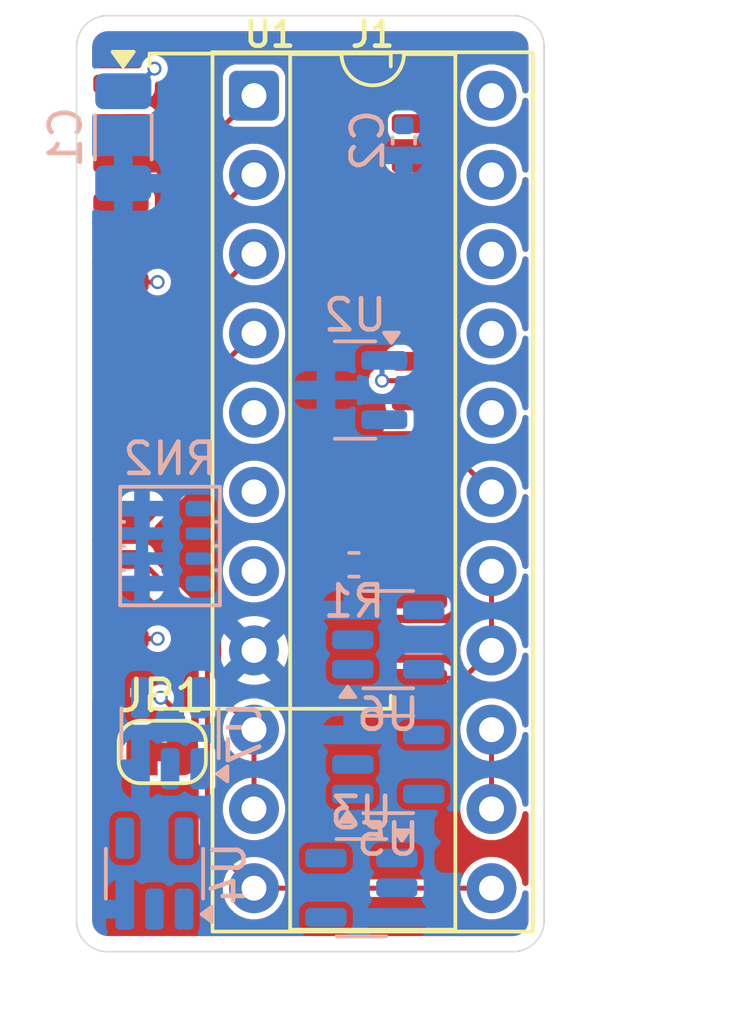
<source format=kicad_pcb>
(kicad_pcb
	(version 20241229)
	(generator "pcbnew")
	(generator_version "9.0")
	(general
		(thickness 1.6)
		(legacy_teardrops no)
	)
	(paper "A4")
	(layers
		(0 "F.Cu" signal)
		(2 "B.Cu" signal)
		(9 "F.Adhes" user "F.Adhesive")
		(11 "B.Adhes" user "B.Adhesive")
		(13 "F.Paste" user)
		(15 "B.Paste" user)
		(5 "F.SilkS" user "F.Silkscreen")
		(7 "B.SilkS" user "B.Silkscreen")
		(1 "F.Mask" user)
		(3 "B.Mask" user)
		(17 "Dwgs.User" user "User.Drawings")
		(19 "Cmts.User" user "User.Comments")
		(21 "Eco1.User" user "User.Eco1")
		(23 "Eco2.User" user "User.Eco2")
		(25 "Edge.Cuts" user)
		(27 "Margin" user)
		(31 "F.CrtYd" user "F.Courtyard")
		(29 "B.CrtYd" user "B.Courtyard")
		(35 "F.Fab" user)
		(33 "B.Fab" user)
		(39 "User.1" user)
		(41 "User.2" user)
		(43 "User.3" user)
		(45 "User.4" user)
	)
	(setup
		(pad_to_mask_clearance 0)
		(allow_soldermask_bridges_in_footprints no)
		(tenting front back)
		(pcbplotparams
			(layerselection 0x00000000_00000000_55555555_5755f5ff)
			(plot_on_all_layers_selection 0x00000000_00000000_00000000_00000000)
			(disableapertmacros no)
			(usegerberextensions no)
			(usegerberattributes yes)
			(usegerberadvancedattributes yes)
			(creategerberjobfile yes)
			(dashed_line_dash_ratio 12.000000)
			(dashed_line_gap_ratio 3.000000)
			(svgprecision 4)
			(plotframeref no)
			(mode 1)
			(useauxorigin no)
			(hpglpennumber 1)
			(hpglpenspeed 20)
			(hpglpendiameter 15.000000)
			(pdf_front_fp_property_popups yes)
			(pdf_back_fp_property_popups yes)
			(pdf_metadata yes)
			(pdf_single_document no)
			(dxfpolygonmode yes)
			(dxfimperialunits yes)
			(dxfusepcbnewfont yes)
			(psnegative no)
			(psa4output no)
			(plot_black_and_white yes)
			(sketchpadsonfab no)
			(plotpadnumbers no)
			(hidednponfab no)
			(sketchdnponfab yes)
			(crossoutdnponfab yes)
			(subtractmaskfromsilk no)
			(outputformat 1)
			(mirror no)
			(drillshape 1)
			(scaleselection 1)
			(outputdirectory "")
		)
	)
	(net 0 "")
	(net 1 "/D0")
	(net 2 "/A7")
	(net 3 "/D1")
	(net 4 "/A1")
	(net 5 "/A2")
	(net 6 "/D2")
	(net 7 "/D3")
	(net 8 "/A3")
	(net 9 "/R{slash}W")
	(net 10 "/OD")
	(net 11 "/A6")
	(net 12 "/A4")
	(net 13 "/A0")
	(net 14 "/A5")
	(net 15 "unconnected-(U1-NC-Pad24)")
	(net 16 "unconnected-(U1-NC-Pad9)")
	(net 17 "unconnected-(U1-~{HSB}-Pad31)")
	(net 18 "Net-(U1-VCAP)")
	(net 19 "GND")
	(net 20 "+5V")
	(net 21 "/~{CE_{1}}")
	(net 22 "/CE_{2}")
	(net 23 "Net-(JP1-A)")
	(net 24 "/~{OE}")
	(net 25 "/~{WE}")
	(net 26 "Net-(RN2-R2.1)")
	(net 27 "Net-(RN2-R4.1)")
	(net 28 "Net-(RN2-R3.1)")
	(net 29 "Net-(RN2-R1.1)")
	(net 30 "/~{CE}")
	(net 31 "Net-(U3-Pad4)")
	(footprint "Package_DIP:DIP-22_W7.62mm_Socket" (layer "F.Cu") (at 68.6925 52.565))
	(footprint "Package_SO:SOIC-32_7.518x20.777mm_P1.27mm" (layer "F.Cu") (at 69.2125 61.715))
	(footprint "Jumper:SolderJumper-2_P1.3mm_Bridged_RoundedPad1.0x1.5mm" (layer "F.Cu") (at 65.75 73.6))
	(footprint "PCM_Resistor_SMD_AKL:R_Array_Convex_4x0603" (layer "B.Cu") (at 66 67 180))
	(footprint "Package_TO_SOT_SMD:SOT-23-5" (layer "B.Cu") (at 65.5 77.5 90))
	(footprint "Capacitor_SMD:C_0402_1005Metric" (layer "B.Cu") (at 73.5 54 -90))
	(footprint "Package_TO_SOT_SMD:SOT-23-5" (layer "B.Cu") (at 72.1375 77.95 180))
	(footprint "Package_TO_SOT_SMD:SOT-23-5" (layer "B.Cu") (at 66 73 90))
	(footprint "Package_TO_SOT_SMD:SOT-23" (layer "B.Cu") (at 71.9375 62 180))
	(footprint "Package_TO_SOT_SMD:SOT-23-5" (layer "B.Cu") (at 73 74))
	(footprint "Package_TO_SOT_SMD:SOT-23-5" (layer "B.Cu") (at 73 70))
	(footprint "Resistor_SMD:R_0402_1005Metric" (layer "B.Cu") (at 71.9 67.6))
	(footprint "Capacitor_SMD:C_1206_3216Metric" (layer "B.Cu") (at 64.5 53.9 -90))
	(gr_arc
		(start 63 51)
		(mid 63.292893 50.292893)
		(end 64 50)
		(stroke
			(width 0.05)
			(type default)
		)
		(layer "Edge.Cuts")
		(uuid "056ed8e8-e117-4bd4-89ee-bb40e81e316a")
	)
	(gr_arc
		(start 78 79)
		(mid 77.707107 79.707107)
		(end 77 80)
		(stroke
			(width 0.05)
			(type default)
		)
		(layer "Edge.Cuts")
		(uuid "34761677-6265-43b0-b6b6-529a5ebbaecc")
	)
	(gr_arc
		(start 64 80)
		(mid 63.292893 79.707107)
		(end 63 79)
		(stroke
			(width 0.05)
			(type default)
		)
		(layer "Edge.Cuts")
		(uuid "5739b042-5739-4f75-b139-b7150b3ad5f5")
	)
	(gr_line
		(start 63 79)
		(end 63 51)
		(stroke
			(width 0.05)
			(type default)
		)
		(layer "Edge.Cuts")
		(uuid "6aad393a-d15b-4878-9956-feab8884d8ca")
	)
	(gr_line
		(start 78 51)
		(end 78 79)
		(stroke
			(width 0.05)
			(type default)
		)
		(layer "Edge.Cuts")
		(uuid "87d575fb-2664-46f5-854a-cdb3fc41d436")
	)
	(gr_line
		(start 77 80)
		(end 64 80)
		(stroke
			(width 0.05)
			(type default)
		)
		(layer "Edge.Cuts")
		(uuid "b83f3d2a-be5f-43bc-a4d8-adcf806d1191")
	)
	(gr_line
		(start 64 50)
		(end 77 50)
		(stroke
			(width 0.05)
			(type default)
		)
		(layer "Edge.Cuts")
		(uuid "bd839f92-1b0e-49cb-896b-0bc41a3eff23")
	)
	(gr_arc
		(start 77 50)
		(mid 77.707107 50.292893)
		(end 78 51)
		(stroke
			(width 0.05)
			(type default)
		)
		(layer "Edge.Cuts")
		(uuid "eedd5cb5-6021-4b9d-b045-761556039efc")
	)
	(segment
		(start 67.561 69.961)
		(end 65.03 67.43)
		(width 0.16)
		(layer "F.Cu")
		(net 1)
		(uuid "094f38a9-d5f9-4bf2-a625-44df3f0097bd")
	)
	(segment
		(start 65.03 67.43)
		(end 64.425 67.43)
		(width 0.16)
		(layer "F.Cu")
		(net 1)
		(uuid "3e9f22d9-30c4-42d8-a181-8cec88f643d1")
	)
	(segment
		(start 67.561 71.7535)
		(end 67.561 69.961)
		(width 0.16)
		(layer "F.Cu")
		(net 1)
		(uuid "57178da1-21f5-4ea7-863f-a5e3b542dbd6")
	)
	(segment
		(start 68.6925 72.885)
		(end 67.561 71.7535)
		(width 0.16)
		(layer "F.Cu")
		(net 1)
		(uuid "5b092238-dc57-463e-b794-72e102669255")
	)
	(segment
		(start 68.6925 75.425)
		(end 68.6925 72.885)
		(width 0.16)
		(layer "F.Cu")
		(net 1)
		(uuid "7ad1af96-38a6-4f42-8a53-1f0a1a68579e")
	)
	(segment
		(start 76.3125 77.965)
		(end 68.6925 77.965)
		(width 0.16)
		(layer "F.Cu")
		(net 3)
		(uuid "000e8725-6b8e-44db-9497-12c7bc777034")
	)
	(segment
		(start 68.6925 77.965)
		(end 67.2 76.4725)
		(width 0.16)
		(layer "F.Cu")
		(net 3)
		(uuid "075b04a1-f50c-4cb4-96b6-ae35ef1f41b4")
	)
	(segment
		(start 67.2 76.4725)
		(end 67.2 70.587501)
		(width 0.16)
		(layer "F.Cu")
		(net 3)
		(uuid "1d6d61bb-4f55-4548-9b32-47675e27e309")
	)
	(segment
		(start 67.2 70.587501)
		(end 65.312499 68.7)
		(width 0.16)
		(layer "F.Cu")
		(net 3)
		(uuid "3cbd20a8-3be0-471c-a564-7bac3601456d")
	)
	(segment
		(start 65.312499 68.7)
		(end 64.425 68.7)
		(width 0.16)
		(layer "F.Cu")
		(net 3)
		(uuid "6980c520-a4c3-486e-995e-9c30885fd334")
	)
	(segment
		(start 64.425 64.89)
		(end 65.312499 64.89)
		(width 0.16)
		(layer "F.Cu")
		(net 4)
		(uuid "239cfbf6-0473-4a26-8c0e-bbd1e2b7541d")
	)
	(segment
		(start 67.2505 62.951999)
		(end 67.2505 59.087)
		(width 0.16)
		(layer "F.Cu")
		(net 4)
		(uuid "2dff96cb-234d-445b-a75c-d83bccd3a322")
	)
	(segment
		(start 67.2505 59.087)
		(end 68.6925 57.645)
		(width 0.16)
		(layer "F.Cu")
		(net 4)
		(uuid "53edb07d-c1eb-4eee-8da5-50a80b5606c2")
	)
	(segment
		(start 65.312499 64.89)
		(end 67.2505 62.951999)
		(width 0.16)
		(layer "F.Cu")
		(net 4)
		(uuid "945a1f5f-f42c-464f-8783-abb66efc3e10")
	)
	(segment
		(start 64.425 63.62)
		(end 65.312499 63.62)
		(width 0.16)
		(layer "F.Cu")
		(net 5)
		(uuid "61987325-0374-49c0-a165-ee473f5eda7c")
	)
	(segment
		(start 65.312499 63.62)
		(end 66.8 62.132499)
		(width 0.16)
		(layer "F.Cu")
		(net 5)
		(uuid "734e25d2-3c42-4dc7-8c31-2389233c05bc")
	)
	(segment
		(start 66.8 62.132499)
		(end 66.8 56.9975)
		(width 0.16)
		(layer "F.Cu")
		(net 5)
		(uuid "86b8755f-0553-4f8d-b508-3724b7e09465")
	)
	(segment
		(start 66.8 56.9975)
		(end 68.6925 55.105)
		(width 0.16)
		(layer "F.Cu")
		(net 5)
		(uuid "d9b566e4-306b-4cf9-9c05-f04121c90281")
	)
	(segment
		(start 65.6 69.97)
		(end 64.425 69.97)
		(width 0.16)
		(layer "F.Cu")
		(net 6)
		(uuid "39492242-ad3c-4b39-8a59-52707c0dfbb8")
	)
	(segment
		(start 76.3125 75.425)
		(end 76.3125 72.885)
		(width 0.16)
		(layer "F.Cu")
		(net 6)
		(uuid "fe59508f-3de3-4878-8604-6fc3600ff6f8")
	)
	(via
		(at 65.6 69.97)
		(size 0.45)
		(drill 0.3)
		(layers "F.Cu" "B.Cu")
		(net 6)
		(uuid "e249005c-b88b-4a2d-90be-7bdee5c284e6")
	)
	(segment
		(start 74 71.24)
		(end 75.4175 71.24)
		(width 0.16)
		(layer "F.Cu")
		(net 7)
		(uuid "7b1ccdad-8246-48d8-afc8-d4136f1c166f")
	)
	(segment
		(start 76.3125 70.345)
		(end 76.3125 67.805)
		(width 0.16)
		(layer "F.Cu")
		(net 7)
		(uuid "92de2c04-5f8f-4cfc-9d73-8895c4c5a856")
	)
	(segment
		(start 75.4175 71.24)
		(end 76.3125 70.345)
		(width 0.16)
		(layer "F.Cu")
		(net 7)
		(uuid "b9ce6b46-e7dd-4dc4-baaa-d14e1dd6494f")
	)
	(segment
		(start 66.439 59.953499)
		(end 66.439 54.8185)
		(width 0.16)
		(layer "F.Cu")
		(net 8)
		(uuid "2be63449-39e1-407c-b38b-e77173ffabeb")
	)
	(segment
		(start 65.312499 61.08)
		(end 66.439 59.953499)
		(width 0.16)
		(layer "F.Cu")
		(net 8)
		(uuid "743c7961-514a-4e15-b4c2-9ec9d9c22d09")
	)
	(segment
		(start 64.425 61.08)
		(end 65.312499 61.08)
		(width 0.16)
		(layer "F.Cu")
		(net 8)
		(uuid "d897191f-7e14-4244-986b-1d9193a96bd6")
	)
	(segment
		(start 66.439 54.8185)
		(end 68.6925 52.565)
		(width 0.16)
		(layer "F.Cu")
		(net 8)
		(uuid "db39a805-d01b-4018-baa8-ab9cd14c6185")
	)
	(segment
		(start 67.6115 61.266)
		(end 68.6925 60.185)
		(width 0.16)
		(layer "F.Cu")
		(net 13)
		(uuid "376dfe45-147e-4764-af76-fbc8b110c2b7")
	)
	(segment
		(start 64.425 66.16)
		(end 65.312499 66.16)
		(width 0.16)
		(layer "F.Cu")
		(net 13)
		(uuid "691e4d51-9e78-4edf-a40f-2069336576a9")
	)
	(segment
		(start 67.6115 63.860999)
		(end 67.6115 61.266)
		(width 0.16)
		(layer "F.Cu")
		(net 13)
		(uuid "72e0c78d-c76b-4615-a358-b728bd6dcf8d")
	)
	(segment
		(start 65.312499 66.16)
		(end 67.6115 63.860999)
		(width 0.16)
		(layer "F.Cu")
		(net 13)
		(uuid "ba615489-ceef-4b4b-9642-10c136f21d3b")
	)
	(segment
		(start 64.425 58.54)
		(end 65.6 58.54)
		(width 0.16)
		(layer "F.Cu")
		(net 14)
		(uuid "2793bcff-b766-4a2d-9329-b2e05ec88369")
	)
	(via
		(at 65.6 58.54)
		(size 0.45)
		(drill 0.3)
		(layers "F.Cu" "B.Cu")
		(net 14)
		(uuid "b280483b-31a4-4f21-98c3-00580b22b75a")
	)
	(segment
		(start 65.5 51.7)
		(end 65.01 52.19)
		(width 0.16)
		(layer "F.Cu")
		(net 18)
		(uuid "a6baae4e-7b7a-41e6-abf3-54b26ed9ad3e")
	)
	(segment
		(start 65.01 52.19)
		(end 64.425 52.19)
		(width 0.16)
		(layer "F.Cu")
		(net 18)
		(uuid "f47f0ee9-5808-44dd-82f2-652d41ef7a4a")
	)
	(via
		(at 65.5 51.7)
		(size 0.45)
		(drill 0.3)
		(layers "F.Cu" "B.Cu")
		(net 18)
		(uuid "7a93d38b-75f8-4086-8e80-4267853876fe")
	)
	(segment
		(start 65.5 51.7)
		(end 64.775 52.425)
		(width 0.16)
		(layer "B.Cu")
		(net 18)
		(uuid "4964c30c-a333-48e1-a4b8-3624d0219851")
	)
	(segment
		(start 64.775 52.425)
		(end 64.5 52.425)
		(width 0.16)
		(layer "B.Cu")
		(net 18)
		(uuid "c066dddc-215a-4a0e-aa5a-d229df380dd8")
	)
	(segment
		(start 76.3125 65.265)
		(end 75.1685 64.121)
		(width 0.16)
		(layer "F.Cu")
		(net 22)
		(uuid "725d1714-3dac-4f0c-8ecf-bcb1c7e4cfc5")
	)
	(segment
		(start 74.851182 61.7)
		(end 72.8 61.7)
		(width 0.16)
		(layer "F.Cu")
		(net 22)
		(uuid "91b16c59-2a40-4907-b41c-d79f4309f93f")
	)
	(segment
		(start 75.1685 64.121)
		(end 75.1685 62.017318)
		(width 0.16)
		(layer "F.Cu")
		(net 22)
		(uuid "b26eff02-15b5-4119-b525-1c0a298869c7")
	)
	(segment
		(start 75.1685 62.017318)
		(end 74.851182 61.7)
		(width 0.16)
		(layer "F.Cu")
		(net 22)
		(uuid "fcf81607-0956-4093-a646-3a30b18160f8")
	)
	(via
		(at 72.8 61.7)
		(size 0.45)
		(drill 0.3)
		(layers "F.Cu" "B.Cu")
		(net 22)
		(uuid "53339805-ab8c-4781-bf60-ab297c82943c")
	)
	(segment
		(start 72.8 61.7)
		(end 72.8 61.125)
		(width 0.16)
		(layer "B.Cu")
		(net 22)
		(uuid "08f0379b-dac3-49bb-8bec-2fa2d96d804b")
	)
	(segment
		(start 72.8 61.125)
		(end 72.875 61.05)
		(width 0.16)
		(layer "B.Cu")
		(net 22)
		(uuid "339e13bf-d1c4-4581-96eb-6e6c4eed3388")
	)
	(segment
		(start 65.7 71.8625)
		(end 65.7625 71.8625)
		(width 0.16)
		(layer "F.Cu")
		(net 24)
		(uuid "1d317f0b-4de7-4dec-85ad-0f40db5dd38f")
	)
	(segment
		(start 65.7625 71.8625)
		(end 66.4 72.5)
		(width 0.16)
		(layer "F.Cu")
		(net 24)
		(uuid "bb9933c6-e379-4291-862f-ba3d78ac6343")
	)
	(segment
		(start 66.4 72.5)
		(end 66.4 73.6)
		(width 0.16)
		(layer "F.Cu")
		(net 24)
		(uuid "d19e1744-8be7-473c-8ae7-fd1ce525adf0")
	)
	(via
		(at 65.7 71.8625)
		(size 0.45)
		(drill 0.3)
		(layers "F.Cu" "B.Cu")
		(net 24)
		(uuid "e6135e2a-6f82-4f81-8b17-0e5fdea8d792")
	)
	(segment
		(start 65.7 71.8625)
		(end 65.05 71.8625)
		(width 0.16)
		(layer "B.Cu")
		(net 24)
		(uuid "481de5b3-13e7-4459-b3ac-971b742f59a0")
	)
	(zone
		(net 19)
		(net_name "GND")
		(layers "F.Cu" "B.Cu")
		(uuid "4aa6e1be-eb8c-492a-9ae9-2c46b2c265fe")
		(hatch edge 0.5)
		(connect_pads
			(clearance 0.2)
		)
		(min_thickness 0.2)
		(filled_areas_thickness no)
		(fill yes
			(thermal_gap 0.3)
			(thermal_bridge_width 0.6)
		)
		(polygon
			(pts
				(xy 62.5 49.5) (xy 78.5 49.5) (xy 78.5 80.5) (xy 62.5 80.5)
			)
		)
		(filled_polygon
			(layer "F.Cu")
			(pts
				(xy 66.176379 69.963627) (xy 66.192465 69.976652) (xy 66.890504 70.674691) (xy 66.918281 70.729208)
				(xy 66.9195 70.744695) (xy 66.9195 72.66382) (xy 66.91623 72.673883) (xy 66.917336 72.684404) (xy 66.906989 72.702324)
				(xy 66.900593 72.722011) (xy 66.892032 72.72823) (xy 66.886743 72.737392) (xy 66.867838 72.745808)
				(xy 66.851093 72.757975) (xy 66.840512 72.757975) (xy 66.830847 72.762278) (xy 66.810604 72.757975)
				(xy 66.789907 72.757975) (xy 66.770999 72.749556) (xy 66.729999 72.725884) (xy 66.689059 72.680414)
				(xy 66.6805 72.640148) (xy 66.6805 72.463074) (xy 66.6805 72.463072) (xy 66.661384 72.391731) (xy 66.624456 72.327769)
				(xy 66.603594 72.306907) (xy 66.572231 72.275543) (xy 66.572231 72.275544) (xy 66.15243 71.855743)
				(xy 66.126807 71.811362) (xy 66.1255 71.806484) (xy 66.1255 71.806482) (xy 66.096503 71.698263)
				(xy 66.096501 71.69826) (xy 66.096501 71.698258) (xy 66.048806 71.61565) (xy 66.040485 71.601237)
				(xy 65.961263 71.522015) (xy 65.958639 71.5205) (xy 65.86424 71.465998) (xy 65.864242 71.465998)
				(xy 65.822251 71.454747) (xy 65.756018 71.437) (xy 65.643982 71.437) (xy 65.577748 71.454747) (xy 65.535758 71.465998)
				(xy 65.433118 71.525259) (xy 65.431878 71.523112) (xy 65.384281 71.539966) (xy 65.381693 71.54)
				(xy 64.725001 71.54) (xy 64.725 71.540001) (xy 64.725 71.839998) (xy 64.725001 71.839999) (xy 65.177496 71.839999)
				(xy 65.235687 71.858906) (xy 65.271651 71.908406) (xy 65.273123 71.913376) (xy 65.2745 71.918515)
				(xy 65.2745 71.918518) (xy 65.290371 71.977749) (xy 65.303498 72.026741) (xy 65.359513 72.12376)
				(xy 65.359515 72.123763) (xy 65.438737 72.202985) (xy 65.438739 72.202986) (xy 65.535759 72.259001)
				(xy 65.535757 72.259001) (xy 65.535761 72.259002) (xy 65.535763 72.259003) (xy 65.643982 72.288)
				(xy 65.643984 72.288) (xy 65.750306 72.288) (xy 65.808497 72.306907) (xy 65.820309 72.316996) (xy 65.914399 72.411086)
				(xy 65.97881 72.475496) (xy 66.006588 72.530013) (xy 65.997017 72.590445) (xy 65.953752 72.63371)
				(xy 65.935222 72.640911) (xy 65.922258 72.6445) (xy 65.9 72.6445) (xy 65.854272 72.649652) (xy 65.7875 72.681808)
				(xy 65.778951 72.684175) (xy 65.756816 72.683198) (xy 65.734859 72.686173) (xy 65.725246 72.681806)
				(xy 65.717825 72.681479) (xy 65.708921 72.67439) (xy 65.690807 72.666162) (xy 65.689162 72.66485)
				(xy 65.6 72.6445) (xy 65.034174 72.6445) (xy 64.980991 72.651502) (xy 64.980988 72.651502) (xy 64.980986 72.651503)
				(xy 64.853819 72.685578) (xy 64.836298 72.692835) (xy 64.80426 72.706105) (xy 64.690234 72.771938)
				(xy 64.64769 72.804584) (xy 64.554584 72.89769) (xy 64.521938 72.940234) (xy 64.456105 73.05426)
				(xy 64.442835 73.086298) (xy 64.435578 73.103819) (xy 64.401503 73.230986) (xy 64.3945 73.284174)
				(xy 64.3945 73.915826) (xy 64.401503 73.969014) (xy 64.435578 74.096181) (xy 64.450092 74.131222)
				(xy 64.456105 74.145739) (xy 64.521938 74.259765) (xy 64.554584 74.302309) (xy 64.554587 74.302312)
				(xy 64.554591 74.302317) (xy 64.647683 74.395409) (xy 64.647687 74.395412) (xy 64.64769 74.395415)
				(xy 64.690234 74.428061) (xy 64.690238 74.428063) (xy 64.690243 74.428067) (xy 64.804257 74.493893)
				(xy 64.853819 74.514422) (xy 64.980986 74.548497) (xy 65.034174 74.5555) (xy 65.034175 74.5555)
				(xy 65.599999 74.5555) (xy 65.6 74.5555) (xy 65.645728 74.550348) (xy 65.704509 74.522039) (xy 65.765139 74.513827)
				(xy 65.809188 74.533835) (xy 65.810835 74.535148) (xy 65.810836 74.535149) (xy 65.9 74.5555) (xy 66.465824 74.5555)
				(xy 66.465826 74.5555) (xy 66.519014 74.548497) (xy 66.646181 74.514422) (xy 66.695743 74.493893)
				(xy 66.771001 74.450442) (xy 66.830848 74.437721) (xy 66.886743 74.462607) (xy 66.917336 74.515595)
				(xy 66.9195 74.536179) (xy 66.9195 76.509428) (xy 66.938616 76.580769) (xy 66.975544 76.644731)
				(xy 67.027769 76.696956) (xy 67.027771 76.696957) (xy 67.763788 77.432974) (xy 67.791565 77.487491)
				(xy 67.785249 77.540862) (xy 67.730448 77.673166) (xy 67.692 77.866456) (xy 67.692 78.063543) (xy 67.730449 78.256834)
				(xy 67.730449 78.256836) (xy 67.805867 78.438913) (xy 67.805868 78.438914) (xy 67.915361 78.602782)
				(xy 68.054718 78.742139) (xy 68.218586 78.851632) (xy 68.400665 78.927051) (xy 68.593959 78.9655)
				(xy 68.59396 78.9655) (xy 68.79104 78.9655) (xy 68.791041 78.9655) (xy 68.984335 78.927051) (xy 69.166414 78.851632)
				(xy 69.330282 78.742139) (xy 69.469639 78.602782) (xy 69.579132 78.438914) (xy 69.633932 78.306615)
				(xy 69.673668 78.260089) (xy 69.725396 78.2455) (xy 75.279604 78.2455) (xy 75.337795 78.264407)
				(xy 75.371068 78.306615) (xy 75.425868 78.438914) (xy 75.535361 78.602782) (xy 75.674718 78.742139)
				(xy 75.838586 78.851632) (xy 76.020665 78.927051) (xy 76.213959 78.9655) (xy 76.21396 78.9655) (xy 76.41104 78.9655)
				(xy 76.411041 78.9655) (xy 76.604335 78.927051) (xy 76.786414 78.851632) (xy 76.950282 78.742139)
				(xy 77.089639 78.602782) (xy 77.199132 78.438914) (xy 77.274551 78.256835) (xy 77.303402 78.111793)
				(xy 77.333299 78.058409) (xy 77.388864 78.032793) (xy 77.448874 78.04473) (xy 77.490406 78.08966)
				(xy 77.4995 78.131107) (xy 77.4995 78.994444) (xy 77.498877 79.005528) (xy 77.498877 79.005529)
				(xy 77.488225 79.100061) (xy 77.483293 79.121673) (xy 77.453718 79.206196) (xy 77.444098 79.226171)
				(xy 77.396459 79.301987) (xy 77.382638 79.319319) (xy 77.319319 79.382638) (xy 77.301987 79.396459)
				(xy 77.226171 79.444098) (xy 77.206196 79.453718) (xy 77.121673 79.483293) (xy 77.100061 79.488225)
				(xy 77.005529 79.498877) (xy 76.994444 79.4995) (xy 64.005556 79.4995) (xy 63.994471 79.498877)
				(xy 63.899938 79.488225) (xy 63.878326 79.483293) (xy 63.793803 79.453718) (xy 63.773828 79.444098)
				(xy 63.698012 79.396459) (xy 63.68068 79.382638) (xy 63.617361 79.319319) (xy 63.60354 79.301987)
				(xy 63.555901 79.226171) (xy 63.546283 79.206202) (xy 63.516705 79.121669) (xy 63.511775 79.100073)
				(xy 63.501121 79.005512) (xy 63.5005 78.994444) (xy 63.5005 71.936265) (xy 63.519407 71.878074)
				(xy 63.568907 71.84211) (xy 63.608745 71.837698) (xy 63.633289 71.839999) (xy 64.124998 71.839999)
				(xy 64.125 71.839998) (xy 64.125 71.339) (xy 64.143907 71.280809) (xy 64.193407 71.244845) (xy 64.224 71.24)
				(xy 64.424999 71.24) (xy 64.425 71.239999) (xy 64.425 71.039) (xy 64.443907 70.980809) (xy 64.493407 70.944845)
				(xy 64.524 70.94) (xy 65.586767 70.94) (xy 65.564847 70.877356) (xy 65.564846 70.877354) (xy 65.484292 70.768209)
				(xy 65.48429 70.768207) (xy 65.375145 70.687653) (xy 65.262082 70.648091) (xy 65.213402 70.611026)
				(xy 65.195805 70.552426) (xy 65.216013 70.494674) (xy 65.247313 70.467768) (xy 65.259241 70.46125)
				(xy 65.263893 70.460573) (xy 65.368983 70.409198) (xy 65.386409 70.391771) (xy 65.398887 70.384954)
				(xy 65.415658 70.3818) (xy 65.430863 70.374052) (xy 65.451194 70.375117) (xy 65.459018 70.373646)
				(xy 65.463482 70.37576) (xy 65.471974 70.376205) (xy 65.543982 70.3955) (xy 65.543984 70.3955) (xy 65.656016 70.3955)
				(xy 65.656018 70.3955) (xy 65.764237 70.366503) (xy 65.764239 70.366501) (xy 65.764241 70.366501)
				(xy 65.801483 70.344999) (xy 65.861263 70.310485) (xy 65.940485 70.231263) (xy 65.996503 70.134237)
				(xy 66.0255 70.026018) (xy 66.0255 70.026012) (xy 66.026834 70.021034) (xy 66.060157 69.969719)
				(xy 66.117279 69.947792)
			)
		)
		(filled_polygon
			(layer "F.Cu")
			(pts
				(xy 77.005512 50.501121) (xy 77.100073 50.511775) (xy 77.121669 50.516705) (xy 77.206202 50.546283)
				(xy 77.226168 50.555899) (xy 77.264079 50.57972) (xy 77.301987 50.60354) (xy 77.319319 50.617361)
				(xy 77.382638 50.68068) (xy 77.396459 50.698012) (xy 77.444098 50.773828) (xy 77.453718 50.793803)
				(xy 77.483293 50.878326) (xy 77.488225 50.899938) (xy 77.498877 50.99447) (xy 77.4995 51.005555)
				(xy 77.4995 52.398892) (xy 77.480593 52.457083) (xy 77.431093 52.493047) (xy 77.369907 52.493047)
				(xy 77.320407 52.457083) (xy 77.303402 52.418206) (xy 77.294461 52.37326) (xy 77.274551 52.273165)
				(xy 77.199132 52.091086) (xy 77.089639 51.927218) (xy 76.950282 51.787861) (xy 76.811898 51.695396)
				(xy 76.786413 51.678367) (xy 76.604335 51.602949) (xy 76.411043 51.5645) (xy 76.411041 51.5645)
				(xy 76.213959 51.5645) (xy 76.213956 51.5645) (xy 76.020665 51.602949) (xy 76.020663 51.602949)
				(xy 75.838586 51.678367) (xy 75.674718 51.787861) (xy 75.674714 51.787864) (xy 75.535364 51.927214)
				(xy 75.535361 51.927218) (xy 75.425867 52.091086) (xy 75.350449 52.273163) (xy 75.350449 52.273165)
				(xy 75.312 52.466456) (xy 75.312 52.663543) (xy 75.350449 52.856834) (xy 75.350449 52.856836) (xy 75.425867 53.038913)
				(xy 75.425868 53.038914) (xy 75.535361 53.202782) (xy 75.674718 53.342139) (xy 75.838586 53.451632)
				(xy 76.020665 53.527051) (xy 76.213959 53.5655) (xy 76.21396 53.5655) (xy 76.41104 53.5655) (xy 76.411041 53.5655)
				(xy 76.604335 53.527051) (xy 76.786414 53.451632) (xy 76.950282 53.342139) (xy 77.089639 53.202782)
				(xy 77.199132 53.038914) (xy 77.274551 52.856835) (xy 77.303402 52.711793) (xy 77.333299 52.658409)
				(xy 77.388864 52.632793) (xy 77.448874 52.64473) (xy 77.490406 52.68966) (xy 77.4995 52.731107)
				(xy 77.4995 54.938892) (xy 77.480593 54.997083) (xy 77.431093 55.033047) (xy 77.369907 55.033047)
				(xy 77.320407 54.997083) (xy 77.303402 54.958206) (xy 77.294461 54.91326) (xy 77.274551 54.813165)
				(xy 77.199132 54.631086) (xy 77.089639 54.467218) (xy 76.950282 54.327861) (xy 76.817931 54.239427)
				(xy 76.786413 54.218367) (xy 76.604335 54.142949) (xy 76.411043 54.1045) (xy 76.411041 54.1045)
				(xy 76.213959 54.1045) (xy 76.213956 54.1045) (xy 76.020665 54.142949) (xy 76.020663 54.142949)
				(xy 75.838586 54.218367) (xy 75.674718 54.327861) (xy 75.674714 54.327864) (xy 75.535364 54.467214)
				(xy 75.535361 54.467218) (xy 75.425867 54.631086) (xy 75.350449 54.813163) (xy 75.350449 54.813165)
				(xy 75.312 55.006456) (xy 75.312 55.203543) (xy 75.350449 55.396834) (xy 75.350449 55.396836) (xy 75.425867 55.578913)
				(xy 75.425868 55.578914) (xy 75.535361 55.742782) (xy 75.674718 55.882139) (xy 75.838586 55.991632)
				(xy 76.020665 56.067051) (xy 76.213959 56.1055) (xy 76.21396 56.1055) (xy 76.41104 56.1055) (xy 76.411041 56.1055)
				(xy 76.604335 56.067051) (xy 76.786414 55.991632) (xy 76.950282 55.882139) (xy 77.089639 55.742782)
				(xy 77.199132 55.578914) (xy 77.274551 55.396835) (xy 77.303402 55.251793) (xy 77.333299 55.198409)
				(xy 77.388864 55.172793) (xy 77.448874 55.18473) (xy 77.490406 55.22966) (xy 77.4995 55.271107)
				(xy 77.4995 57.478892) (xy 77.480593 57.537083) (xy 77.431093 57.573047) (xy 77.369907 57.573047)
				(xy 77.320407 57.537083) (xy 77.303402 57.498206) (xy 77.294461 57.45326) (xy 77.274551 57.353165)
				(xy 77.199132 57.171086) (xy 77.089639 57.007218) (xy 76.950282 56.867861) (xy 76.806195 56.771585)
				(xy 76.786413 56.758367) (xy 76.604335 56.682949) (xy 76.411043 56.6445) (xy 76.411041 56.6445)
				(xy 76.213959 56.6445) (xy 76.213956 56.6445) (xy 76.020665 56.682949) (xy 76.020663 56.682949)
				(xy 75.838586 56.758367) (xy 75.674718 56.867861) (xy 75.674714 56.867864) (xy 75.535364 57.007214)
				(xy 75.535361 57.007218) (xy 75.425867 57.171086) (xy 75.350449 57.353163) (xy 75.320286 57.504798)
				(xy 75.290389 57.558182) (xy 75.234823 57.583797) (xy 75.174814 57.57186) (xy 75.172744 57.57) (xy 74.300001 57.57)
				(xy 74.3 57.570001) (xy 74.3 58.239999) (xy 74.300001 58.24) (xy 75.161767 58.24) (xy 75.139847 58.177356)
				(xy 75.139846 58.177354) (xy 75.059292 58.068209) (xy 75.05929 58.068207) (xy 74.946082 57.984655)
				(xy 74.91049 57.934887) (xy 74.910948 57.873703) (xy 74.946082 57.825345) (xy 75.05929 57.741792)
				(xy 75.059292 57.74179) (xy 75.133345 57.641454) (xy 75.183113 57.605862) (xy 75.244297 57.60632)
				(xy 75.293526 57.642653) (xy 75.312 57.700243) (xy 75.312 57.743543) (xy 75.350449 57.936834) (xy 75.350449 57.936836)
				(xy 75.425867 58.118913) (xy 75.43581 58.133793) (xy 75.535361 58.282782) (xy 75.674718 58.422139)
				(xy 75.838586 58.531632) (xy 76.020665 58.607051) (xy 76.213959 58.6455) (xy 76.21396 58.6455) (xy 76.41104 58.6455)
				(xy 76.411041 58.6455) (xy 76.604335 58.607051) (xy 76.786414 58.531632) (xy 76.950282 58.422139)
				(xy 77.089639 58.282782) (xy 77.199132 58.118914) (xy 77.274551 57.936835) (xy 77.303402 57.791793)
				(xy 77.333299 57.738409) (xy 77.388864 57.712793) (xy 77.448874 57.72473) (xy 77.490406 57.76966)
				(xy 77.4995 57.811107) (xy 77.4995 60.018892) (xy 77.480593 60.077083) (xy 77.431093 60.113047)
				(xy 77.369907 60.113047) (xy 77.320407 60.077083) (xy 77.303402 60.038206) (xy 77.294461 59.99326)
				(xy 77.274551 59.893165) (xy 77.199132 59.711086) (xy 77.089639 59.547218) (xy 76.950282 59.407861)
				(xy 76.806195 59.311585) (xy 76.786413 59.298367) (xy 76.604335 59.222949) (xy 76.411043 59.1845)
				(xy 76.411041 59.1845) (xy 76.213959 59.1845) (xy 76.213956 59.1845) (xy 76.020665 59.222949) (xy 76.020663 59.222949)
				(xy 75.838586 59.298367) (xy 75.674718 59.407861) (xy 75.674714 59.407864) (xy 75.535364 59.547214)
				(xy 75.535361 59.547218) (xy 75.425867 59.711086) (xy 75.350449 59.893163) (xy 75.320286 60.044798)
				(xy 75.290389 60.098182) (xy 75.234823 60.123797) (xy 75.174814 60.11186) (xy 75.172744 60.11) (xy 72.838232 60.11)
				(xy 72.860152 60.172643) (xy 72.860153 60.172645) (xy 72.940707 60.28179) (xy 72.940709 60.281792)
				(xy 73.049852 60.362345) (xy 73.162916 60.401907) (xy 73.211597 60.438973) (xy 73.229194 60.497573)
				(xy 73.208986 60.555325) (xy 73.16725 60.584488) (xy 73.168014 60.58605) (xy 73.056018 60.640801)
				(xy 72.973301 60.723518) (xy 72.921927 60.828604) (xy 72.912 60.896743) (xy 72.912 61.1755) (xy 72.893093 61.233691)
				(xy 72.843593 61.269655) (xy 72.813 61.2745) (xy 72.743982 61.2745) (xy 72.677748 61.292247) (xy 72.635758 61.303498)
				(xy 72.538739 61.359513) (xy 72.459513 61.438739) (xy 72.403498 61.535758) (xy 72.403497 61.535763)
				(xy 72.3745 61.643982) (xy 72.3745 61.756018) (xy 72.398363 61.845075) (xy 72.403498 61.864241)
				(xy 72.451782 61.947869) (xy 72.459515 61.961263) (xy 72.538737 62.040485) (xy 72.538739 62.040486)
				(xy 72.635759 62.096501) (xy 72.635757 62.096501) (xy 72.635761 62.096502) (xy 72.635763 62.096503)
				(xy 72.743982 62.1255) (xy 72.743984 62.1255) (xy 72.813 62.1255) (xy 72.871191 62.144407) (xy 72.907155 62.193907)
				(xy 72.912 62.2245) (xy 72.912 62.53326) (xy 72.914912 62.553247) (xy 72.921927 62.601395) (xy 72.973301 62.706481)
				(xy 72.973302 62.706483) (xy 73.056017 62.789198) (xy 73.117767 62.819385) (xy 73.168014 62.84395)
				(xy 73.167232 62.845549) (xy 73.209455 62.875295) (xy 73.229208 62.933204) (xy 73.211151 62.991664)
				(xy 73.162917 63.028091) (xy 73.049854 63.067653) (xy 72.940709 63.148207) (xy 72.940707 63.148209)
				(xy 72.860153 63.257354) (xy 72.860152 63.257356) (xy 72.838232 63.32) (xy 73.901 63.32) (xy 73.959191 63.338907)
				(xy 73.995155 63.388407) (xy 74 63.419) (xy 74 63.821) (xy 73.981093 63.879191) (xy 73.931593 63.915155)
				(xy 73.901 63.92) (xy 72.838232 63.92) (xy 72.860152 63.982643) (xy 72.860153 63.982645) (xy 72.940707 64.09179)
				(xy 72.940709 64.091792) (xy 73.049852 64.172345) (xy 73.162916 64.211907) (xy 73.211597 64.248973)
				(xy 73.229194 64.307573) (xy 73.208986 64.365325) (xy 73.16725 64.394488) (xy 73.168014 64.39605)
				(xy 73.056018 64.450801) (xy 72.973301 64.533518) (xy 72.921927 64.638604) (xy 72.921927 64.638607)
				(xy 72.912 64.70674) (xy 72.912 65.07326) (xy 72.914671 65.091591) (xy 72.921927 65.141395) (xy 72.973301 65.246481)
				(xy 72.973302 65.246483) (xy 73.056017 65.329198) (xy 73.109785 65.355483) (xy 73.161104 65.380572)
				(xy 73.161105 65.380572) (xy 73.161107 65.380573) (xy 73.22924 65.3905) (xy 73.229243 65.3905) (xy 74.770757 65.3905)
				(xy 74.77076 65.3905) (xy 74.838893 65.380573) (xy 74.943983 65.329198) (xy 75.026698 65.246483)
				(xy 75.078073 65.141393) (xy 75.088 65.07326) (xy 75.088 64.70674) (xy 75.085048 64.686481) (xy 75.090104 64.656927)
				(xy 75.094803 64.627262) (xy 75.095257 64.626807) (xy 75.095366 64.626175) (xy 75.116833 64.605231)
				(xy 75.138068 64.583997) (xy 75.138702 64.583896) (xy 75.139162 64.583448) (xy 75.168858 64.57912)
				(xy 75.1985 64.574426) (xy 75.199072 64.574717) (xy 75.199708 64.574625) (xy 75.253017 64.602203)
				(xy 75.383788 64.732974) (xy 75.411565 64.787491) (xy 75.405249 64.840862) (xy 75.350448 64.973166)
				(xy 75.312 65.166456) (xy 75.312 65.363543) (xy 75.350449 65.556834) (xy 75.350449 65.556836) (xy 75.425867 65.738913)
				(xy 75.425868 65.738914) (xy 75.535361 65.902782) (xy 75.674718 66.042139) (xy 75.838586 66.151632)
				(xy 76.020665 66.227051) (xy 76.213959 66.2655) (xy 76.21396 66.2655) (xy 76.41104 66.2655) (xy 76.411041 66.2655)
				(xy 76.604335 66.227051) (xy 76.786414 66.151632) (xy 76.950282 66.042139) (xy 77.089639 65.902782)
				(xy 77.199132 65.738914) (xy 77.274551 65.556835) (xy 77.303402 65.411793) (xy 77.333299 65.358409)
				(xy 77.388864 65.332793) (xy 77.448874 65.34473) (xy 77.490406 65.38966) (xy 77.4995 65.431107)
				(xy 77.4995 67.638892) (xy 77.480593 67.697083) (xy 77.431093 67.733047) (xy 77.369907 67.733047)
				(xy 77.320407 67.697083) (xy 77.303402 67.658206) (xy 77.294461 67.61326) (xy 77.274551 67.513165)
				(xy 77.199132 67.331086) (xy 77.089639 67.167218) (xy 76.950282 67.027861) (xy 76.806195 66.931585)
				(xy 76.786413 66.918367) (xy 76.604335 66.842949) (xy 76.411043 66.8045) (xy 76.411041 66.8045)
				(xy 76.213959 66.8045) (xy 76.213956 66.8045) (xy 76.020665 66.842949) (xy 76.020663 66.842949)
				(xy 75.838586 66.918367) (xy 75.674718 67.027861) (xy 75.674714 67.027864) (xy 75.535364 67.167214)
				(xy 75.535361 67.167218) (xy 75.425867 67.331086) (xy 75.350449 67.513163) (xy 75.350449 67.513165)
				(xy 75.312 67.706456) (xy 75.312 67.903543) (xy 75.318242 67.934923) (xy 75.348097 68.085013) (xy 75.350449 68.096834)
				(xy 75.350449 68.096836) (xy 75.425867 68.278913) (xy 75.425868 68.278914) (xy 75.535361 68.442782)
				(xy 75.674718 68.582139) (xy 75.838586 68.691632) (xy 75.90677 68.719874) (xy 75.970885 68.746432)
				(xy 76.017411 68.786168) (xy 76.032 68.837896) (xy 76.032 69.312103) (xy 76.013093 69.370294) (xy 75.970886 69.403567)
				(xy 75.838585 69.458368) (xy 75.674718 69.567861) (xy 75.674714 69.567864) (xy 75.535364 69.707214)
				(xy 75.535361 69.707218) (xy 75.425867 69.871086) (xy 75.350449 70.053163) (xy 75.350449 70.053165)
				(xy 75.312 70.246456) (xy 75.312 70.443543) (xy 75.350449 70.636834) (xy 75.350449 70.636836) (xy 75.405249 70.769135)
				(xy 75.407359 70.795946) (xy 75.411566 70.822505) (xy 75.409732 70.826102) (xy 75.41005 70.830131)
				(xy 75.38379 70.877022) (xy 75.330312 70.930502) (xy 75.275796 70.958281) (xy 75.260307 70.9595)
				(xy 75.125643 70.9595) (xy 75.067452 70.940593) (xy 75.036703 70.903981) (xy 75.0267 70.883521)
				(xy 75.026699 70.883519) (xy 75.026698 70.883518) (xy 75.026698 70.883517) (xy 74.943983 70.800802)
				(xy 74.93405 70.795946) (xy 74.838895 70.749427) (xy 74.811639 70.745456) (xy 74.77076 70.7395)
				(xy 73.22924 70.7395) (xy 73.195173 70.744463) (xy 73.161104 70.749427) (xy 73.056018 70.800801)
				(xy 72.973301 70.883518) (xy 72.921927 70.988604) (xy 72.921927 70.988607) (xy 72.912 71.05674)
				(xy 72.912 71.42326) (xy 72.914002 71.437) (xy 72.921927 71.491395) (xy 72.963298 71.576019) (xy 72.973302 71.596483)
				(xy 73.056017 71.679198) (xy 73.109785 71.705483) (xy 73.161104 71.730572) (xy 73.161105 71.730572)
				(xy 73.161107 71.730573) (xy 73.22924 71.7405) (xy 73.229243 71.7405) (xy 74.770757 71.7405) (xy 74.77076 71.7405)
				(xy 74.838893 71.730573) (xy 74.943983 71.679198) (xy 75.026698 71.596483) (xy 75.03054 71.588622)
				(xy 75.036703 71.576019) (xy 75.079246 71.532045) (xy 75.125643 71.5205) (xy 75.45443 71.5205) (xy 75.45443 71.520499)
				(xy 75.525765 71.501385) (xy 75.525766 71.501385) (xy 75.525766 71.501384) (xy 75.525769 71.501384)
				(xy 75.589731 71.464456) (xy 75.641956 71.412231) (xy 75.641957 71.412228) (xy 75.780476 71.273708)
				(xy 75.834991 71.245933) (xy 75.888362 71.252249) (xy 76.020665 71.307051) (xy 76.213959 71.3455)
				(xy 76.21396 71.3455) (xy 76.41104 71.3455) (xy 76.411041 71.3455) (xy 76.604335 71.307051) (xy 76.786414 71.231632)
				(xy 76.950282 71.122139) (xy 77.089639 70.982782) (xy 77.199132 70.818914) (xy 77.274551 70.636835)
				(xy 77.303402 70.491793) (xy 77.333299 70.438409) (xy 77.388864 70.412793) (xy 77.448874 70.42473)
				(xy 77.490406 70.46966) (xy 77.4995 70.511107) (xy 77.4995 72.718892) (xy 77.480593 72.777083) (xy 77.431093 72.813047)
				(xy 77.369907 72.813047) (xy 77.320407 72.777083) (xy 77.303402 72.738206) (xy 77.29368 72.689334)
				(xy 77.274551 72.593165) (xy 77.199132 72.411086) (xy 77.089639 72.247218) (xy 76.950282 72.107861)
				(xy 76.786414 71.998368) (xy 76.786415 71.998368) (xy 76.786413 71.998367) (xy 76.604335 71.922949)
				(xy 76.411043 71.8845) (xy 76.411041 71.8845) (xy 76.213959 71.8845) (xy 76.213956 71.8845) (xy 76.020665 71.922949)
				(xy 76.020663 71.922949) (xy 75.838586 71.998367) (xy 75.674718 72.107861) (xy 75.674714 72.107864)
				(xy 75.535364 72.247214) (xy 75.535361 72.247218) (xy 75.425867 72.411086) (xy 75.350449 72.593163)
				(xy 75.350449 72.593165) (xy 75.312 72.786456) (xy 75.312 72.983543) (xy 75.350449 73.176834) (xy 75.350449 73.176836)
				(xy 75.425867 73.358913) (xy 75.425868 73.358914) (xy 75.535361 73.522782) (xy 75.674718 73.662139)
				(xy 75.838586 73.771632) (xy 75.90677 73.799874) (xy 75.970885 73.826432) (xy 76.017411 73.866168)
				(xy 76.032 73.917896) (xy 76.032 74.392103) (xy 76.013093 74.450294) (xy 75.970886 74.483567) (xy 75.838585 74.538368)
				(xy 75.674718 74.647861) (xy 75.674714 74.647864) (xy 75.535364 74.787214) (xy 75.535361 74.787218)
				(xy 75.425867 74.951086) (xy 75.350449 75.133163) (xy 75.350449 75.133165) (xy 75.312 75.326456)
				(xy 75.312 75.523543) (xy 75.350449 75.716834) (xy 75.350449 75.716836) (xy 75.425867 75.898913)
				(xy 75.425868 75.898914) (xy 75.535361 76.062782) (xy 75.674718 76.202139) (xy 75.838586 76.311632)
				(xy 76.020665 76.387051) (xy 76.213959 76.4255) (xy 76.21396 76.4255) (xy 76.41104 76.4255) (xy 76.411041 76.4255)
				(xy 76.604335 76.387051) (xy 76.786414 76.311632) (xy 76.950282 76.202139) (xy 77.089639 76.062782)
				(xy 77.199132 75.898914) (xy 77.274551 75.716835) (xy 77.303402 75.571793) (xy 77.333299 75.518409)
				(xy 77.388864 75.492793) (xy 77.448874 75.50473) (xy 77.490406 75.54966) (xy 77.4995 75.591107)
				(xy 77.4995 77.798892) (xy 77.480593 77.857083) (xy 77.431093 77.893047) (xy 77.369907 77.893047)
				(xy 77.320407 77.857083) (xy 77.303402 77.818206) (xy 77.298073 77.791419) (xy 77.274551 77.673165)
				(xy 77.199132 77.491086) (xy 77.089639 77.327218) (xy 76.950282 77.187861) (xy 76.786414 77.078368)
				(xy 76.786415 77.078368) (xy 76.786413 77.078367) (xy 76.604335 77.002949) (xy 76.411043 76.9645)
				(xy 76.411041 76.9645) (xy 76.213959 76.9645) (xy 76.213956 76.9645) (xy 76.020665 77.002949) (xy 76.020663 77.002949)
				(xy 75.838586 77.078367) (xy 75.674718 77.187861) (xy 75.674714 77.187864) (xy 75.535364 77.327214)
				(xy 75.535361 77.327218) (xy 75.425867 77.491087) (xy 75.371068 77.623385) (xy 75.331332 77.669911)
				(xy 75.279604 77.6845) (xy 69.725396 77.6845) (xy 69.667205 77.665593) (xy 69.633932 77.623385)
				(xy 69.579132 77.491087) (xy 69.579132 77.491086) (xy 69.469639 77.327218) (xy 69.330282 77.187861)
				(xy 69.166414 77.078368) (xy 69.166415 77.078368) (xy 69.166413 77.078367) (xy 68.984335 77.002949)
				(xy 68.791043 76.9645) (xy 68.791041 76.9645) (xy 68.593959 76.9645) (xy 68.593956 76.9645) (xy 68.400668 77.002948)
				(xy 68.400666 77.002948) (xy 68.400665 77.002949) (xy 68.353568 77.022456) (xy 68.268364 77.057749)
				(xy 68.207367 77.062548) (xy 68.160475 77.036288) (xy 67.509496 76.385309) (xy 67.481719 76.330792)
				(xy 67.4805 76.315305) (xy 67.4805 72.308694) (xy 67.499407 72.250503) (xy 67.548907 72.214539)
				(xy 67.610093 72.214539) (xy 67.649504 72.23869) (xy 67.763788 72.352974) (xy 67.791565 72.407491)
				(xy 67.785249 72.460862) (xy 67.730448 72.593166) (xy 67.692 72.786456) (xy 67.692 72.983543) (xy 67.730449 73.176834)
				(xy 67.730449 73.176836) (xy 67.805867 73.358913) (xy 67.805868 73.358914) (xy 67.915361 73.522782)
				(xy 68.054718 73.662139) (xy 68.218586 73.771632) (xy 68.28677 73.799874) (xy 68.350885 73.826432)
				(xy 68.397411 73.866168) (xy 68.412 73.917896) (xy 68.412 74.392103) (xy 68.393093 74.450294) (xy 68.350886 74.483567)
				(xy 68.218585 74.538368) (xy 68.054718 74.647861) (xy 68.054714 74.647864) (xy 67.915364 74.787214)
				(xy 67.915361 74.787218) (xy 67.805867 74.951086) (xy 67.730449 75.133163) (xy 67.730449 75.133165)
				(xy 67.692 75.326456) (xy 67.692 75.523543) (xy 67.730449 75.716834) (xy 67.730449 75.716836) (xy 67.805867 75.898913)
				(xy 67.805868 75.898914) (xy 67.915361 76.062782) (xy 68.054718 76.202139) (xy 68.218586 76.311632)
				(xy 68.400665 76.387051) (xy 68.593959 76.4255) (xy 68.59396 76.4255) (xy 68.79104 76.4255) (xy 68.791041 76.4255)
				(xy 68.984335 76.387051) (xy 69.166414 76.311632) (xy 69.330282 76.202139) (xy 69.469639 76.062782)
				(xy 69.579132 75.898914) (xy 69.654551 75.716835) (xy 69.693 75.523541) (xy 69.693 75.326459) (xy 69.654551 75.133165)
				(xy 69.579132 74.951086) (xy 69.469639 74.787218) (xy 69.330282 74.647861) (xy 69.166414 74.538368)
				(xy 69.15547 74.533835) (xy 69.034114 74.483567) (xy 68.987588 74.44383) (xy 68.973 74.392103) (xy 68.973 73.917896)
				(xy 68.991907 73.859705) (xy 69.034115 73.826432) (xy 69.076424 73.808906) (xy 69.166414 73.771632)
				(xy 69.330282 73.662139) (xy 69.469639 73.522782) (xy 69.579132 73.358914) (xy 69.654551 73.176835)
				(xy 69.693 72.983541) (xy 69.693 72.786459) (xy 69.654551 72.593165) (xy 69.579132 72.411086) (xy 69.469639 72.247218)
				(xy 69.330282 72.107861) (xy 69.166414 71.998368) (xy 69.166415 71.998368) (xy 69.166413 71.998367)
				(xy 68.984335 71.922949) (xy 68.791043 71.8845) (xy 68.791041 71.8845) (xy 68.593959 71.8845) (xy 68.593956 71.8845)
				(xy 68.400665 71.922949) (xy 68.400663 71.922949) (xy 68.268363 71.977749) (xy 68.207366 71.982549)
				(xy 68.160474 71.956288) (xy 68.015548 71.811362) (xy 67.870496 71.666309) (xy 67.842719 71.611793)
				(xy 67.8415 71.596306) (xy 67.8415 71.280685) (xy 67.860407 71.222494) (xy 67.909907 71.18653) (xy 67.971093 71.18653)
				(xy 67.998691 71.200592) (xy 68.115976 71.285805) (xy 68.270251 71.364411) (xy 68.43492 71.417915)
				(xy 68.605925 71.445) (xy 68.779075 71.445) (xy 68.950079 71.417915) (xy 69.114753 71.364409) (xy 69.229286 71.306051)
				(xy 68.668236 70.745) (xy 68.745161 70.745) (xy 68.846894 70.717741) (xy 68.938106 70.66508) (xy 69.01258 70.590606)
				(xy 69.065241 70.499394) (xy 69.0925 70.397661) (xy 69.0925 70.344999) (xy 69.116764 70.344999)
				(xy 69.653551 70.881786) (xy 69.711909 70.767253) (xy 69.765415 70.602579) (xy 69.7925 70.431575)
				(xy 69.7925 70.258424) (xy 69.765415 70.08742) (xy 69.71191 69.922749) (xy 69.663686 69.828103)
				(xy 69.663685 69.828101) (xy 69.653551 69.808212) (xy 69.116764 70.344999) (xy 69.0925 70.344999)
				(xy 69.0925 70.292339) (xy 69.065241 70.190606) (xy 69.01258 70.099394) (xy 68.938106 70.02492)
				(xy 68.846894 69.972259) (xy 68.745161 69.945) (xy 68.639839 69.945) (xy 68.538106 69.972259) (xy 68.446894 70.02492)
				(xy 68.37242 70.099394) (xy 68.319759 70.190606) (xy 68.2925 70.292339) (xy 68.2925 70.369264) (xy 67.85813 69.934894)
				(xy 67.832508 69.890515) (xy 67.822384 69.852731) (xy 67.785456 69.788769) (xy 67.783427 69.78674)
				(xy 67.733231 69.736543) (xy 67.733231 69.736544) (xy 67.380634 69.383947) (xy 68.155712 69.383947)
				(xy 68.692499 69.920734) (xy 68.826493 69.78674) (xy 72.912 69.78674) (xy 72.912 70.15326) (xy 72.915735 70.178892)
				(xy 72.921927 70.221395) (xy 72.973301 70.326481) (xy 72.973302 70.326483) (xy 73.056017 70.409198)
				(xy 73.10179 70.431575) (xy 73.161104 70.460572) (xy 73.161105 70.460572) (xy 73.161107 70.460573)
				(xy 73.22924 70.4705) (xy 73.229243 70.4705) (xy 74.770757 70.4705) (xy 74.77076 70.4705) (xy 74.838893 70.460573)
				(xy 74.943983 70.409198) (xy 75.026698 70.326483) (xy 75.078073 70.221393) (xy 75.088 70.15326)
				(xy 75.088 69.78674) (xy 75.078073 69.718607) (xy 75.072505 69.707218) (xy 75.026698 69.613518)
				(xy 75.026698 69.613517) (xy 74.943983 69.530802) (xy 74.943981 69.530801) (xy 74.838895 69.479427)
				(xy 74.811227 69.475396) (xy 74.77076 69.4695) (xy 73.22924 69.4695) (xy 73.195173 69.474463) (xy 73.161104 69.479427)
				(xy 73.056018 69.530801) (xy 72.973301 69.613518) (xy 72.921927 69.718604) (xy 72.917872 69.74644)
				(xy 72.912 69.78674) (xy 68.826493 69.78674) (xy 69.229286 69.383947) (xy 69.114753 69.32559) (xy 68.950079 69.272084)
				(xy 68.779075 69.245) (xy 68.605925 69.245) (xy 68.43492 69.272084) (xy 68.270246 69.32559) (xy 68.155712 69.383947)
				(xy 67.380634 69.383947) (xy 65.703143 67.706456) (xy 67.692 67.706456) (xy 67.692 67.903543) (xy 67.698242 67.934923)
				(xy 67.728097 68.085013) (xy 67.730449 68.096834) (xy 67.730449 68.096836) (xy 67.805867 68.278913)
				(xy 67.805868 68.278914) (xy 67.915361 68.442782) (xy 68.054718 68.582139) (xy 68.218586 68.691632)
				(xy 68.400665 68.767051) (xy 68.593959 68.8055) (xy 68.59396 68.8055) (xy 68.79104 68.8055) (xy 68.791041 68.8055)
				(xy 68.984335 68.767051) (xy 69.166414 68.691632) (xy 69.330282 68.582139) (xy 69.395681 68.51674)
				(xy 72.912 68.51674) (xy 72.912 68.88326) (xy 72.918618 68.928682) (xy 72.921927 68.951395) (xy 72.973301 69.056481)
				(xy 72.973302 69.056483) (xy 73.056017 69.139198) (xy 73.075499 69.148722) (xy 73.161104 69.190572)
				(xy 73.161105 69.190572) (xy 73.161107 69.190573) (xy 73.22924 69.2005) (xy 73.229243 69.2005) (xy 74.770757 69.2005)
				(xy 74.77076 69.2005) (xy 74.838893 69.190573) (xy 74.943983 69.139198) (xy 75.026698 69.056483)
				(xy 75.078073 68.951393) (xy 75.088 68.88326) (xy 75.088 68.51674) (xy 75.078073 68.448607) (xy 75.075407 68.443154)
				(xy 75.026698 68.343518) (xy 75.026698 68.343517) (xy 74.943983 68.260802) (xy 74.943981 68.260801)
				(xy 74.838895 68.209427) (xy 74.811227 68.205396) (xy 74.77076 68.1995) (xy 73.22924 68.1995) (xy 73.195173 68.204463)
				(xy 73.161104 68.209427) (xy 73.056018 68.260801) (xy 72.973301 68.343518) (xy 72.921927 68.448604)
				(xy 72.921927 68.448607) (xy 72.912 68.51674) (xy 69.395681 68.51674) (xy 69.469639 68.442782) (xy 69.579132 68.278914)
				(xy 69.654551 68.096835) (xy 69.693 67.903541) (xy 69.693 67.706459) (xy 69.654551 67.513165) (xy 69.579132 67.331086)
				(xy 69.522774 67.24674) (xy 72.912 67.24674) (xy 72.912 67.61326) (xy 72.915735 67.638892) (xy 72.921927 67.681395)
				(xy 72.973301 67.786481) (xy 72.973302 67.786483) (xy 73.056017 67.869198) (xy 73.109785 67.895483)
				(xy 73.161104 67.920572) (xy 73.161105 67.920572) (xy 73.161107 67.920573) (xy 73.22924 67.9305)
				(xy 73.229243 67.9305) (xy 74.770757 67.9305) (xy 74.77076 67.9305) (xy 74.838893 67.920573) (xy 74.943983 67.869198)
				(xy 75.026698 67.786483) (xy 75.078073 67.681393) (xy 75.088 67.61326) (xy 75.088 67.24674) (xy 75.078073 67.178607)
				(xy 75.072505 67.167218) (xy 75.026698 67.073518) (xy 75.026698 67.073517) (xy 74.943983 66.990802)
				(xy 74.943981 66.990801) (xy 74.838895 66.939427) (xy 74.811227 66.935396) (xy 74.77076 66.9295)
				(xy 73.22924 66.9295) (xy 73.195173 66.934463) (xy 73.161104 66.939427) (xy 73.056018 66.990801)
				(xy 72.973301 67.073518) (xy 72.921927 67.178604) (xy 72.921927 67.178607) (xy 72.912 67.24674)
				(xy 69.522774 67.24674) (xy 69.469639 67.167218) (xy 69.330282 67.027861) (xy 69.186195 66.931585)
				(xy 69.166413 66.918367) (xy 68.984335 66.842949) (xy 68.791043 66.8045) (xy 68.791041 66.8045)
				(xy 68.593959 66.8045) (xy 68.593956 66.8045) (xy 68.400665 66.842949) (xy 68.400663 66.842949)
				(xy 68.218586 66.918367) (xy 68.054718 67.027861) (xy 68.054714 67.027864) (xy 67.915364 67.167214)
				(xy 67.915361 67.167218) (xy 67.805867 67.331086) (xy 67.730449 67.513163) (xy 67.730449 67.513165)
				(xy 67.692 67.706456) (xy 65.703143 67.706456) (xy 65.541996 67.545309) (xy 65.514219 67.490792)
				(xy 65.513 67.475305) (xy 65.513 67.246743) (xy 65.513 67.24674) (xy 65.503073 67.178607) (xy 65.497505 67.167218)
				(xy 65.451698 67.073518) (xy 65.451698 67.073517) (xy 65.368983 66.990802) (xy 65.368981 66.990801)
				(xy 65.263895 66.939427) (xy 65.236227 66.935396) (xy 65.19576 66.9295) (xy 63.65424 66.9295) (xy 63.613773 66.935396)
				(xy 63.591504 66.931585) (xy 63.568907 66.931585) (xy 63.561944 66.926526) (xy 63.553464 66.925075)
				(xy 63.537689 66.908904) (xy 63.519407 66.895621) (xy 63.516747 66.887435) (xy 63.51074 66.881277)
				(xy 63.5005 66.83743) (xy 63.5005 66.752569) (xy 63.519407 66.694378) (xy 63.568907 66.658414) (xy 63.613773 66.654604)
				(xy 63.65424 66.6605) (xy 63.654241 66.6605) (xy 65.195757 66.6605) (xy 65.19576 66.6605) (xy 65.263893 66.650573)
				(xy 65.368983 66.599198) (xy 65.451698 66.516483) (xy 65.503073 66.411393) (xy 65.506059 66.390895)
				(xy 65.506342 66.390321) (xy 65.506242 66.389685) (xy 65.519788 66.363099) (xy 65.533155 66.33604)
				(xy 65.53394 66.335245) (xy 65.536955 66.332231) (xy 65.536955 66.332229) (xy 65.545105 66.324079)
				(xy 66.702729 65.166456) (xy 67.692 65.166456) (xy 67.692 65.363543) (xy 67.730449 65.556834) (xy 67.730449 65.556836)
				(xy 67.805867 65.738913) (xy 67.805868 65.738914) (xy 67.915361 65.902782) (xy 68.054718 66.042139)
				(xy 68.218586 66.151632) (xy 68.400665 66.227051) (xy 68.593959 66.2655) (xy 68.59396 66.2655) (xy 68.79104 66.2655)
				(xy 68.791041 66.2655) (xy 68.984335 66.227051) (xy 69.166414 66.151632) (xy 69.330282 66.042139)
				(xy 69.395681 65.97674) (xy 72.912 65.97674) (xy 72.912 66.34326) (xy 72.914891 66.363099) (xy 72.921927 66.411395)
				(xy 72.973301 66.516481) (xy 72.973302 66.516483) (xy 73.056017 66.599198) (xy 73.075499 66.608722)
				(xy 73.161104 66.650572) (xy 73.161105 66.650572) (xy 73.161107 66.650573) (xy 73.22924 66.6605)
				(xy 73.229243 66.6605) (xy 74.770757 66.6605) (xy 74.77076 66.6605) (xy 74.838893 66.650573) (xy 74.943983 66.599198)
				(xy 75.026698 66.516483) (xy 75.078073 66.411393) (xy 75.088 66.34326) (xy 75.088 65.97674) (xy 75.078073 65.908607)
				(xy 75.075407 65.903154) (xy 75.026698 65.803518) (xy 75.026698 65.803517) (xy 74.943983 65.720802)
				(xy 74.934598 65.716214) (xy 74.838895 65.669427) (xy 74.811227 65.665396) (xy 74.77076 65.6595)
				(xy 73.22924 65.6595) (xy 73.195173 65.664463) (xy 73.161104 65.669427) (xy 73.056018 65.720801)
				(xy 72.973301 65.803518) (xy 72.921927 65.908604) (xy 72.921927 65.908607) (xy 72.912 65.97674)
				(xy 69.395681 65.97674) (xy 69.469639 65.902782) (xy 69.579132 65.738914) (xy 69.654551 65.556835)
				(xy 69.693 65.363541) (xy 69.693 65.166459) (xy 69.654551 64.973165) (xy 69.579132 64.791086) (xy 69.469639 64.627218)
				(xy 69.330282 64.487861) (xy 69.197931 64.399427) (xy 69.166413 64.378367) (xy 68.984335 64.302949)
				(xy 68.791043 64.2645) (xy 68.791041 64.2645) (xy 68.593959 64.2645) (xy 68.593956 64.2645) (xy 68.400665 64.302949)
				(xy 68.400663 64.302949) (xy 68.218586 64.378367) (xy 68.054718 64.487861) (xy 68.054714 64.487864)
				(xy 67.915364 64.627214) (xy 67.915361 64.627218) (xy 67.805867 64.791086) (xy 67.730449 64.973163)
				(xy 67.730449 64.973165) (xy 67.692 65.166456) (xy 66.702729 65.166456) (xy 67.835955 64.033231)
				(xy 67.872884 63.969268) (xy 67.892 63.897928) (xy 67.892 63.824071) (xy 67.892 63.577917) (xy 67.910907 63.519726)
				(xy 67.960407 63.483762) (xy 68.021593 63.483762) (xy 68.050557 63.499612) (xy 68.050675 63.499437)
				(xy 68.052652 63.500758) (xy 68.053805 63.501389) (xy 68.054713 63.502134) (xy 68.054718 63.502139)
				(xy 68.218586 63.611632) (xy 68.400665 63.687051) (xy 68.593959 63.7255) (xy 68.59396 63.7255) (xy 68.79104 63.7255)
				(xy 68.791041 63.7255) (xy 68.984335 63.687051) (xy 69.166414 63.611632) (xy 69.330282 63.502139)
				(xy 69.469639 63.362782) (xy 69.579132 63.198914) (xy 69.654551 63.016835) (xy 69.693 62.823541)
				(xy 69.693 62.626459) (xy 69.654551 62.433165) (xy 69.579132 62.251086) (xy 69.469639 62.087218)
				(xy 69.330282 61.947861) (xy 69.186195 61.851585) (xy 69.166413 61.838367) (xy 68.984335 61.762949)
				(xy 68.791043 61.7245) (xy 68.791041 61.7245) (xy 68.593959 61.7245) (xy 68.593956 61.7245) (xy 68.400665 61.762949)
				(xy 68.400663 61.762949) (xy 68.218586 61.838367) (xy 68.054712 61.947865) (xy 68.053795 61.948618)
				(xy 68.05329 61.948815) (xy 68.050675 61.950563) (xy 68.050291 61.949988) (xy 67.996815 61.970911)
				(xy 67.937614 61.955454) (xy 67.898805 61.908152) (xy 67.892 61.872082) (xy 67.892 61.423192) (xy 67.910907 61.365001)
				(xy 67.92099 61.353195) (xy 68.160475 61.113709) (xy 68.21499 61.085933) (xy 68.268362 61.09225)
				(xy 68.309821 61.109422) (xy 68.400665 61.147051) (xy 68.593959 61.1855) (xy 68.59396 61.1855) (xy 68.79104 61.1855)
				(xy 68.791041 61.1855) (xy 68.984335 61.147051) (xy 69.166414 61.071632) (xy 69.330282 60.962139)
				(xy 69.469639 60.822782) (xy 69.579132 60.658914) (xy 69.654551 60.476835) (xy 69.693 60.283541)
				(xy 69.693 60.086459) (xy 69.654551 59.893165) (xy 69.579132 59.711086) (xy 69.469639 59.547218)
				(xy 69.432421 59.51) (xy 72.838232 59.51) (xy 73.699999 59.51) (xy 73.7 59.509999) (xy 73.7 58.840001)
				(xy 74.3 58.840001) (xy 74.3 59.509999) (xy 74.300001 59.51) (xy 75.161767 59.51) (xy 75.139847 59.447356)
				(xy 75.139846 59.447354) (xy 75.059292 59.338209) (xy 75.05929 59.338207) (xy 74.946082 59.254655)
				(xy 74.91049 59.204887) (xy 74.910948 59.143703) (xy 74.946082 59.095345) (xy 75.05929 59.011792)
				(xy 75.059292 59.01179) (xy 75.139846 58.902645) (xy 75.139847 58.902643) (xy 75.161768 58.84) (xy 74.300001 58.84)
				(xy 74.3 58.840001) (xy 73.7 58.840001) (xy 73.699999 58.84) (xy 72.838232 58.84) (xy 72.860152 58.902643)
				(xy 72.860153 58.902645) (xy 72.940707 59.01179) (xy 72.940709 59.011792) (xy 73.053917 59.095345)
				(xy 73.089509 59.145113) (xy 73.089051 59.206297) (xy 73.053917 59.254655) (xy 72.940709 59.338207)
				(xy 72.940707 59.338209) (xy 72.860153 59.447354) (xy 72.860152 59.447356) (xy 72.838232 59.51)
				(xy 69.432421 59.51) (xy 69.330282 59.407861) (xy 69.186195 59.311585) (xy 69.166413 59.298367)
				(xy 68.984335 59.222949) (xy 68.791043 59.1845) (xy 68.791041 59.1845) (xy 68.593959 59.1845) (xy 68.593956 59.1845)
				(xy 68.400665 59.222949) (xy 68.400663 59.222949) (xy 68.218586 59.298367) (xy 68.054718 59.407861)
				(xy 68.054714 59.407864) (xy 67.915364 59.547214) (xy 67.915361 59.547218) (xy 67.805867 59.711086)
				(xy 67.730449 59.893163) (xy 67.730449 59.893165) (xy 67.727098 59.910012) (xy 67.697201 59.963396)
				(xy 67.641636 59.989012) (xy 67.581626 59.977075) (xy 67.540094 59.932145) (xy 67.531 59.890698)
				(xy 67.531 59.244193) (xy 67.549907 59.186002) (xy 67.559996 59.17419) (xy 67.659808 59.074378)
				(xy 68.160476 58.573708) (xy 68.214991 58.545933) (xy 68.268362 58.552249) (xy 68.400665 58.607051)
				(xy 68.593959 58.6455) (xy 68.59396 58.6455) (xy 68.79104 58.6455) (xy 68.791041 58.6455) (xy 68.984335 58.607051)
				(xy 69.166414 58.531632) (xy 69.330282 58.422139) (xy 69.469639 58.282782) (xy 69.498225 58.24)
				(xy 72.838232 58.24) (xy 73.699999 58.24) (xy 73.7 58.239999) (xy 73.7 57.570001) (xy 73.699999 57.57)
				(xy 72.838232 57.57) (xy 72.860152 57.632643) (xy 72.860153 57.632645) (xy 72.940707 57.74179) (xy 72.940709 57.741792)
				(xy 73.053917 57.825345) (xy 73.089509 57.875113) (xy 73.089051 57.936297) (xy 73.053917 57.984655)
				(xy 72.940709 58.068207) (xy 72.940707 58.068209) (xy 72.860153 58.177354) (xy 72.860152 58.177356)
				(xy 72.838232 58.24) (xy 69.498225 58.24) (xy 69.579132 58.118914) (xy 69.654551 57.936835) (xy 69.693 57.743541)
				(xy 69.693 57.546459) (xy 69.654551 57.353165) (xy 69.579132 57.171086) (xy 69.469639 57.007218)
				(xy 69.432421 56.97) (xy 72.838232 56.97) (xy 73.699999 56.97) (xy 73.7 56.969999) (xy 73.7 56.300001)
				(xy 74.3 56.300001) (xy 74.3 56.969999) (xy 74.300001 56.97) (xy 75.161767 56.97) (xy 75.139847 56.907356)
				(xy 75.139846 56.907354) (xy 75.059292 56.798209) (xy 75.05929 56.798207) (xy 74.946082 56.714655)
				(xy 74.91049 56.664887) (xy 74.910948 56.603703) (xy 74.946082 56.555345) (xy 75.05929 56.471792)
				(xy 75.059292 56.47179) (xy 75.139846 56.362645) (xy 75.139847 56.362643) (xy 75.161768 56.3) (xy 74.300001 56.3)
				(xy 74.3 56.300001) (xy 73.7 56.300001) (xy 73.699999 56.3) (xy 72.838232 56.3) (xy 72.860152 56.362643)
				(xy 72.860153 56.362645) (xy 72.940707 56.47179) (xy 72.940709 56.471792) (xy 73.053917 56.555345)
				(xy 73.089509 56.605113) (xy 73.089051 56.666297) (xy 73.053917 56.714655) (xy 72.940709 56.798207)
				(xy 72.940707 56.798209) (xy 72.860153 56.907354) (xy 72.860152 56.907356) (xy 72.838232 56.97)
				(xy 69.432421 56.97) (xy 69.330282 56.867861) (xy 69.186195 56.771585) (xy 69.166413 56.758367)
				(xy 68.984335 56.682949) (xy 68.791043 56.6445) (xy 68.791041 56.6445) (xy 68.593959 56.6445) (xy 68.593956 56.6445)
				(xy 68.400665 56.682949) (xy 68.400663 56.682949) (xy 68.218586 56.758367) (xy 68.054718 56.867861)
				(xy 68.054714 56.867864) (xy 67.915364 57.007214) (xy 67.915361 57.007218) (xy 67.805867 57.171086)
				(xy 67.730449 57.353163) (xy 67.730449 57.353165) (xy 67.692 57.546456) (xy 67.692 57.743543) (xy 67.730448 57.936833)
				(xy 67.740088 57.960108) (xy 67.785249 58.069135) (xy 67.79005 58.13013) (xy 67.763789 58.177023)
				(xy 67.249504 58.691309) (xy 67.194987 58.719086) (xy 67.134555 58.709515) (xy 67.09129 58.66625)
				(xy 67.0805 58.621305) (xy 67.0805 57.154693) (xy 67.099407 57.096502) (xy 67.10949 57.084695) (xy 68.160476 56.033708)
				(xy 68.214991 56.005933) (xy 68.268362 56.012249) (xy 68.400665 56.067051) (xy 68.593959 56.1055)
				(xy 68.59396 56.1055) (xy 68.79104 56.1055) (xy 68.791041 56.1055) (xy 68.984335 56.067051) (xy 69.166414 55.991632)
				(xy 69.330282 55.882139) (xy 69.469639 55.742782) (xy 69.498225 55.7) (xy 72.838232 55.7) (xy 75.161767 55.7)
				(xy 75.139847 55.637356) (xy 75.139846 55.637354) (xy 75.059292 55.528209) (xy 75.05929 55.528207)
				(xy 74.950145 55.447653) (xy 74.837082 55.408091) (xy 74.788402 55.371026) (xy 74.770805 55.312426)
				(xy 74.791013 55.254674) (xy 74.832751 55.225515) (xy 74.831986 55.22395) (xy 74.864374 55.208115)
				(xy 74.943983 55.169198) (xy 75.026698 55.086483) (xy 75.078073 54.981393) (xy 75.088 54.91326)
				(xy 75.088 54.54674) (xy 75.078073 54.478607) (xy 75.072505 54.467218) (xy 75.026698 54.373518)
				(xy 75.026698 54.373517) (xy 74.943983 54.290802) (xy 74.943981 54.290801) (xy 74.838895 54.239427)
				(xy 74.811639 54.235456) (xy 74.77076 54.2295) (xy 73.22924 54.2295) (xy 73.195173 54.234463) (xy 73.161104 54.239427)
				(xy 73.056018 54.290801) (xy 72.973301 54.373518) (xy 72.921927 54.478604) (xy 72.921927 54.478607)
				(xy 72.912 54.54674) (xy 72.912 54.91326) (xy 72.914585 54.931) (xy 72.921927 54.981395) (xy 72.973301 55.086481)
				(xy 72.973302 55.086483) (xy 73.056017 55.169198) (xy 73.117767 55.199385) (xy 73.168014 55.22395)
				(xy 73.167232 55.225549) (xy 73.209455 55.255295) (xy 73.229208 55.313204) (xy 73.211151 55.371664)
				(xy 73.162917 55.408091) (xy 73.049854 55.447653) (xy 72.940709 55.528207) (xy 72.940707 55.528209)
				(xy 72.860153 55.637354) (xy 72.860152 55.637356) (xy 72.838232 55.7) (xy 69.498225 55.7) (xy 69.579132 55.578914)
				(xy 69.654551 55.396835) (xy 69.693 55.203541) (xy 69.693 55.006459) (xy 69.654551 54.813165) (xy 69.579132 54.631086)
				(xy 69.469639 54.467218) (xy 69.330282 54.327861) (xy 69.197931 54.239427) (xy 69.166413 54.218367)
				(xy 68.984335 54.142949) (xy 68.791043 54.1045) (xy 68.791041 54.1045) (xy 68.593959 54.1045) (xy 68.593956 54.1045)
				(xy 68.400665 54.142949) (xy 68.400663 54.142949) (xy 68.218586 54.218367) (xy 68.054718 54.327861)
				(xy 68.054714 54.327864) (xy 67.915364 54.467214) (xy 67.915361 54.467218) (xy 67.805867 54.631086)
				(xy 67.730449 54.813163) (xy 67.730449 54.813165) (xy 67.692 55.006456) (xy 67.692 55.203543) (xy 67.730448 55.396833)
				(xy 67.730449 55.396835) (xy 67.785249 55.529135) (xy 67.79005 55.59013) (xy 67.763789 55.637023)
				(xy 66.888504 56.512309) (xy 66.833987 56.540086) (xy 66.773555 56.530515) (xy 66.73029 56.48725)
				(xy 66.7195 56.442305) (xy 66.7195 54.975694) (xy 66.738407 54.917503) (xy 66.748496 54.90569) (xy 68.059691 53.594496)
				(xy 68.114208 53.566719) (xy 68.129695 53.5655) (xy 69.296773 53.5655) (xy 69.296773 53.565499)
				(xy 69.327199 53.562646) (xy 69.455382 53.517793) (xy 69.56465 53.43715) (xy 69.645293 53.327882)
				(xy 69.663188 53.27674) (xy 72.912 53.27674) (xy 72.912 53.64326) (xy 72.918618 53.688682) (xy 72.921927 53.711395)
				(xy 72.973301 53.816481) (xy 72.973302 53.816483) (xy 73.056017 53.899198) (xy 73.109785 53.925483)
				(xy 73.161104 53.950572) (xy 73.161105 53.950572) (xy 73.161107 53.950573) (xy 73.22924 53.9605)
				(xy 73.229243 53.9605) (xy 74.770757 53.9605) (xy 74.77076 53.9605) (xy 74.838893 53.950573) (xy 74.943983 53.899198)
				(xy 75.026698 53.816483) (xy 75.078073 53.711393) (xy 75.088 53.64326) (xy 75.088 53.27674) (xy 75.078073 53.208607)
				(xy 75.075225 53.202782) (xy 75.052983 53.157285) (xy 75.026698 53.103517) (xy 74.943983 53.020802)
				(xy 74.943981 53.020801) (xy 74.838895 52.969427) (xy 74.811639 52.965456) (xy 74.77076 52.9595)
				(xy 73.22924 52.9595) (xy 73.195173 52.964463) (xy 73.161104 52.969427) (xy 73.056018 53.020801)
				(xy 72.973301 53.103518) (xy 72.921927 53.208604) (xy 72.921927 53.208607) (xy 72.912 53.27674)
				(xy 69.663188 53.27674) (xy 69.690146 53.199699) (xy 69.692999 53.169273) (xy 69.693 53.169273)
				(xy 69.693 52.00674) (xy 72.912 52.00674) (xy 72.912 52.37326) (xy 72.915735 52.398892) (xy 72.921927 52.441395)
				(xy 72.973301 52.546481) (xy 72.973302 52.546483) (xy 73.056017 52.629198) (xy 73.109785 52.655483)
				(xy 73.161104 52.680572) (xy 73.161105 52.680572) (xy 73.161107 52.680573) (xy 73.22924 52.6905)
				(xy 73.229243 52.6905) (xy 74.770757 52.6905) (xy 74.77076 52.6905) (xy 74.838893 52.680573) (xy 74.943983 52.629198)
				(xy 75.026698 52.546483) (xy 75.078073 52.441393) (xy 75.088 52.37326) (xy 75.088 52.00674) (xy 75.078073 51.938607)
				(xy 75.074014 51.930305) (xy 75.026698 51.833518) (xy 75.026698 51.833517) (xy 74.943983 51.750802)
				(xy 74.943981 51.750801) (xy 74.838895 51.699427) (xy 74.811227 51.695396) (xy 74.77076 51.6895)
				(xy 73.22924 51.6895) (xy 73.195173 51.694463) (xy 73.161104 51.699427) (xy 73.056018 51.750801)
				(xy 72.973301 51.833518) (xy 72.921927 51.938604) (xy 72.921927 51.938607) (xy 72.912 52.00674)
				(xy 69.693 52.00674) (xy 69.693 51.960727) (xy 69.692999 51.960725) (xy 69.690925 51.938607) (xy 69.690146 51.930301)
				(xy 69.645293 51.802118) (xy 69.634773 51.787864) (xy 69.564654 51.692855) (xy 69.564652 51.692853)
				(xy 69.56465 51.69285) (xy 69.564646 51.692847) (xy 69.564644 51.692845) (xy 69.455383 51.612207)
				(xy 69.327203 51.567355) (xy 69.327194 51.567353) (xy 69.296774 51.5645) (xy 69.296766 51.5645)
				(xy 68.088234 51.5645) (xy 68.088225 51.5645) (xy 68.057805 51.567353) (xy 68.057796 51.567355)
				(xy 67.929616 51.612207) (xy 67.820355 51.692845) (xy 67.820345 51.692855) (xy 67.739707 51.802116)
				(xy 67.694855 51.930296) (xy 67.694853 51.930305) (xy 67.692 51.960725) (xy 67.692 53.127805) (xy 67.673093 53.185996)
				(xy 67.663004 53.197809) (xy 66.266771 54.594042) (xy 66.266769 54.594044) (xy 66.266768 54.594043)
				(xy 66.214546 54.646266) (xy 66.177616 54.71023) (xy 66.177616 54.710231) (xy 66.1585 54.781572)
				(xy 66.1585 54.781574) (xy 66.1585 58.286876) (xy 66.139593 58.345067) (xy 66.090093 58.381031)
				(xy 66.028907 58.381031) (xy 65.979407 58.345067) (xy 65.973764 58.336377) (xy 65.94282 58.282782)
				(xy 65.940485 58.278737) (xy 65.861263 58.199515) (xy 65.86126 58.199513) (xy 65.76424 58.143498)
				(xy 65.764242 58.143498) (xy 65.71435 58.13013) (xy 65.656018 58.1145) (xy 65.543982 58.1145) (xy 65.527512 58.118913)
				(xy 65.471976 58.133793) (xy 65.410874 58.13059) (xy 65.376352 58.108171) (xy 65.368983 58.100802)
				(xy 65.368981 58.100801) (xy 65.263895 58.049427) (xy 65.236227 58.045396) (xy 65.19576 58.0395)
				(xy 63.65424 58.0395) (xy 63.613773 58.045396) (xy 63.591504 58.041585) (xy 63.568907 58.041585)
				(xy 63.561944 58.036526) (xy 63.553464 58.035075) (xy 63.537689 58.018904) (xy 63.519407 58.005621)
				(xy 63.516747 57.997435) (xy 63.51074 57.991277) (xy 63.5005 57.94743) (xy 63.5005 57.862569) (xy 63.519407 57.804378)
				(xy 63.568907 57.768414) (xy 63.613773 57.764604) (xy 63.65424 57.7705) (xy 63.654241 57.7705) (xy 65.195757 57.7705)
				(xy 65.19576 57.7705) (xy 65.263893 57.760573) (xy 65.368983 57.709198) (xy 65.451698 57.626483)
				(xy 65.503073 57.521393) (xy 65.513 57.45326) (xy 65.513 57.08674) (xy 65.503073 57.018607) (xy 65.497505 57.007218)
				(xy 65.451698 56.913518) (xy 65.451698 56.913517) (xy 65.368983 56.830802) (xy 65.368981 56.830801)
				(xy 65.263895 56.779427) (xy 65.236227 56.775396) (xy 65.19576 56.7695) (xy 63.65424 56.7695) (xy 63.613773 56.775396)
				(xy 63.591504 56.771585) (xy 63.568907 56.771585) (xy 63.561944 56.766526) (xy 63.553464 56.765075)
				(xy 63.537689 56.748904) (xy 63.519407 56.735621) (xy 63.516747 56.727435) (xy 63.51074 56.721277)
				(xy 63.5005 56.67743) (xy 63.5005 56.592569) (xy 63.519407 56.534378) (xy 63.568907 56.498414) (xy 63.613773 56.494604)
				(xy 63.65424 56.5005) (xy 63.654241 56.5005) (xy 65.195757 56.5005) (xy 65.19576 56.5005) (xy 65.263893 56.490573)
				(xy 65.368983 56.439198) (xy 65.451698 56.356483) (xy 65.503073 56.251393) (xy 65.513 56.18326)
				(xy 65.513 55.81674) (xy 65.503073 55.748607) (xy 65.500225 55.742782) (xy 65.451698 55.643518)
				(xy 65.451698 55.643517) (xy 65.368983 55.560802) (xy 65.304203 55.529133) (xy 65.256986 55.50605)
				(xy 65.257766 55.504452) (xy 65.215537 55.474695) (xy 65.19579 55.416784) (xy 65.213854 55.358326)
				(xy 65.262083 55.321907) (xy 65.375147 55.282344) (xy 65.48429 55.201792) (xy 65.484292 55.20179)
				(xy 65.564846 55.092645) (xy 65.564847 55.092643) (xy 65.586768 55.03) (xy 64.524 55.03) (xy 64.465809 55.011093)
				(xy 64.429845 54.961593) (xy 64.425 54.931) (xy 64.425 54.730001) (xy 64.424999 54.73) (xy 64.224 54.73)
				(xy 64.165809 54.711093) (xy 64.129845 54.661593) (xy 64.125 54.631) (xy 64.125 53.760001) (xy 64.725 53.760001)
				(xy 64.725 54.429999) (xy 64.725001 54.43) (xy 65.586767 54.43) (xy 65.564847 54.367356) (xy 65.564846 54.367354)
				(xy 65.484292 54.258209) (xy 65.48429 54.258207) (xy 65.371082 54.174655) (xy 65.33549 54.124887)
				(xy 65.335948 54.063703) (xy 65.371082 54.015345) (xy 65.48429 53.931792) (xy 65.484292 53.93179)
				(xy 65.564846 53.822645) (xy 65.564847 53.822643) (xy 65.586768 53.76) (xy 64.725001 53.76) (xy 64.725 53.760001)
				(xy 64.125 53.760001) (xy 64.125 53.559) (xy 64.143907 53.500809) (xy 64.193407 53.464845) (xy 64.224 53.46)
				(xy 64.424999 53.46) (xy 64.425 53.459999) (xy 64.425 53.259) (xy 64.443907 53.200809) (xy 64.493407 53.164845)
				(xy 64.524 53.16) (xy 65.586767 53.16) (xy 65.564847 53.097356) (xy 65.564846 53.097354) (xy 65.484292 52.988209)
				(xy 65.48429 52.988207) (xy 65.375145 52.907653) (xy 65.262082 52.868091) (xy 65.213402 52.831026)
				(xy 65.195805 52.772426) (xy 65.216013 52.714674) (xy 65.257751 52.685515) (xy 65.256986 52.68395)
				(xy 65.289374 52.668115) (xy 65.368983 52.629198) (xy 65.451698 52.546483) (xy 65.503073 52.441393)
				(xy 65.513 52.37326) (xy 65.513 52.212991) (xy 65.531907 52.1548) (xy 65.581407 52.118836) (xy 65.586338 52.117375)
				(xy 65.664237 52.096503) (xy 65.761263 52.040485) (xy 65.840485 51.961263) (xy 65.896503 51.864237)
				(xy 65.9255 51.756018) (xy 65.9255 51.643982) (xy 65.896503 51.535763) (xy 65.896501 51.53576) (xy 65.896501 51.535758)
				(xy 65.840486 51.438739) (xy 65.840485 51.438737) (xy 65.761263 51.359515) (xy 65.76126 51.359513)
				(xy 65.66424 51.303498) (xy 65.664242 51.303498) (xy 65.622251 51.292247) (xy 65.556018 51.2745)
				(xy 65.443982 51.2745) (xy 65.377748 51.292247) (xy 65.335758 51.303498) (xy 65.238739 51.359513)
				(xy 65.159513 51.438739) (xy 65.103498 51.535758) (xy 65.095032 51.567354) (xy 65.086974 51.59743)
				(xy 65.081965 51.616123) (xy 65.048641 51.667438) (xy 64.991519 51.689364) (xy 64.986338 51.6895)
				(xy 63.65424 51.6895) (xy 63.613773 51.695396) (xy 63.553464 51.685075) (xy 63.51074 51.641277)
				(xy 63.5005 51.59743) (xy 63.5005 51.005555) (xy 63.501121 50.994488) (xy 63.511776 50.899922) (xy 63.516704 50.878332)
				(xy 63.546285 50.793794) (xy 63.555897 50.773834) (xy 63.603541 50.69801) (xy 63.617357 50.680684)
				(xy 63.680684 50.617357) (xy 63.698012 50.60354) (xy 63.773834 50.555897) (xy 63.793794 50.546285)
				(xy 63.878332 50.516704) (xy 63.899924 50.511776) (xy 63.994487 50.501121) (xy 64.005556 50.5005)
				(xy 64.065892 50.5005) (xy 76.934108 50.5005) (xy 76.994444 50.5005)
			)
		)
		(filled_polygon
			(layer "B.Cu")
			(pts
				(xy 77.005512 50.501121) (xy 77.100073 50.511775) (xy 77.121669 50.516705) (xy 77.206202 50.546283)
				(xy 77.226168 50.555899) (xy 77.264079 50.57972) (xy 77.301987 50.60354) (xy 77.319319 50.617361)
				(xy 77.382638 50.68068) (xy 77.396459 50.698012) (xy 77.444098 50.773828) (xy 77.453718 50.793803)
				(xy 77.483293 50.878326) (xy 77.488225 50.899938) (xy 77.498877 50.99447) (xy 77.4995 51.005555)
				(xy 77.4995 52.398892) (xy 77.480593 52.457083) (xy 77.431093 52.493047) (xy 77.369907 52.493047)
				(xy 77.320407 52.457083) (xy 77.303402 52.418206) (xy 77.298073 52.391419) (xy 77.274551 52.273165)
				(xy 77.199132 52.091086) (xy 77.089639 51.927218) (xy 76.950282 51.787861) (xy 76.814609 51.697207)
				(xy 76.786413 51.678367) (xy 76.604335 51.602949) (xy 76.411043 51.5645) (xy 76.411041 51.5645)
				(xy 76.213959 51.5645) (xy 76.213956 51.5645) (xy 76.020665 51.602949) (xy 76.020663 51.602949)
				(xy 75.838586 51.678367) (xy 75.674718 51.787861) (xy 75.674714 51.787864) (xy 75.535364 51.927214)
				(xy 75.535361 51.927218) (xy 75.425867 52.091086) (xy 75.350449 52.273163) (xy 75.350449 52.273165)
				(xy 75.312 52.466456) (xy 75.312 52.663543) (xy 75.350449 52.856834) (xy 75.350449 52.856836) (xy 75.425867 53.038913)
				(xy 75.448078 53.072154) (xy 75.535361 53.202782) (xy 75.674718 53.342139) (xy 75.838586 53.451632)
				(xy 76.020665 53.527051) (xy 76.213959 53.5655) (xy 76.21396 53.5655) (xy 76.41104 53.5655) (xy 76.411041 53.5655)
				(xy 76.604335 53.527051) (xy 76.786414 53.451632) (xy 76.950282 53.342139) (xy 77.089639 53.202782)
				(xy 77.199132 53.038914) (xy 77.274551 52.856835) (xy 77.303402 52.711793) (xy 77.333299 52.658409)
				(xy 77.388864 52.632793) (xy 77.448874 52.64473) (xy 77.490406 52.68966) (xy 77.4995 52.731107)
				(xy 77.4995 54.938892) (xy 77.480593 54.997083) (xy 77.431093 55.033047) (xy 77.369907 55.033047)
				(xy 77.320407 54.997083) (xy 77.303402 54.958206) (xy 77.295515 54.918556) (xy 77.274551 54.813165)
				(xy 77.199132 54.631086) (xy 77.089639 54.467218) (xy 76.950282 54.327861) (xy 76.786414 54.218368)
				(xy 76.786415 54.218368) (xy 76.786413 54.218367) (xy 76.604335 54.142949) (xy 76.411043 54.1045)
				(xy 76.411041 54.1045) (xy 76.213959 54.1045) (xy 76.213956 54.1045) (xy 76.020665 54.142949) (xy 76.020663 54.142949)
				(xy 75.838586 54.218367) (xy 75.674718 54.327861) (xy 75.674714 54.327864) (xy 75.535364 54.467214)
				(xy 75.535361 54.467218) (xy 75.425867 54.631086) (xy 75.350449 54.813163) (xy 75.350449 54.813165)
				(xy 75.312 55.006456) (xy 75.312 55.203543) (xy 75.350449 55.396834) (xy 75.350449 55.396836) (xy 75.425867 55.578913)
				(xy 75.425868 55.578914) (xy 75.535361 55.742782) (xy 75.674718 55.882139) (xy 75.838586 55.991632)
				(xy 76.020665 56.067051) (xy 76.213959 56.1055) (xy 76.21396 56.1055) (xy 76.41104 56.1055) (xy 76.411041 56.1055)
				(xy 76.604335 56.067051) (xy 76.786414 55.991632) (xy 76.950282 55.882139) (xy 77.089639 55.742782)
				(xy 77.199132 55.578914) (xy 77.274551 55.396835) (xy 77.303402 55.251793) (xy 77.333299 55.198409)
				(xy 77.388864 55.172793) (xy 77.448874 55.18473) (xy 77.490406 55.22966) (xy 77.4995 55.271107)
				(xy 77.4995 57.478892) (xy 77.480593 57.537083) (xy 77.431093 57.573047) (xy 77.369907 57.573047)
				(xy 77.320407 57.537083) (xy 77.303402 57.498206) (xy 77.298073 57.471419) (xy 77.274551 57.353165)
				(xy 77.199132 57.171086) (xy 77.089639 57.007218) (xy 76.950282 56.867861) (xy 76.786414 56.758368)
				(xy 76.786415 56.758368) (xy 76.786413 56.758367) (xy 76.604335 56.682949) (xy 76.411043 56.6445)
				(xy 76.411041 56.6445) (xy 76.213959 56.6445) (xy 76.213956 56.6445) (xy 76.020665 56.682949) (xy 76.020663 56.682949)
				(xy 75.838586 56.758367) (xy 75.674718 56.867861) (xy 75.674714 56.867864) (xy 75.535364 57.007214)
				(xy 75.535361 57.007218) (xy 75.425867 57.171086) (xy 75.350449 57.353163) (xy 75.350449 57.353165)
				(xy 75.312 57.546456) (xy 75.312 57.743543) (xy 75.350449 57.936834) (xy 75.350449 57.936836) (xy 75.425867 58.118913)
				(xy 75.425868 58.118914) (xy 75.535361 58.282782) (xy 75.674718 58.422139) (xy 75.838586 58.531632)
				(xy 76.020665 58.607051) (xy 76.213959 58.6455) (xy 76.21396 58.6455) (xy 76.41104 58.6455) (xy 76.411041 58.6455)
				(xy 76.604335 58.607051) (xy 76.786414 58.531632) (xy 76.950282 58.422139) (xy 77.089639 58.282782)
				(xy 77.199132 58.118914) (xy 77.274551 57.936835) (xy 77.303402 57.791793) (xy 77.333299 57.738409)
				(xy 77.388864 57.712793) (xy 77.448874 57.72473) (xy 77.490406 57.76966) (xy 77.4995 57.811107)
				(xy 77.4995 60.018892) (xy 77.480593 60.077083) (xy 77.431093 60.113047) (xy 77.369907 60.113047)
				(xy 77.320407 60.077083) (xy 77.303402 60.038206) (xy 77.298073 60.011419) (xy 77.274551 59.893165)
				(xy 77.199132 59.711086) (xy 77.089639 59.547218) (xy 76.950282 59.407861) (xy 76.786414 59.298368)
				(xy 76.786415 59.298368) (xy 76.786413 59.298367) (xy 76.604335 59.222949) (xy 76.411043 59.1845)
				(xy 76.411041 59.1845) (xy 76.213959 59.1845) (xy 76.213956 59.1845) (xy 76.020665 59.222949) (xy 76.020663 59.222949)
				(xy 75.838586 59.298367) (xy 75.674718 59.407861) (xy 75.674714 59.407864) (xy 75.535364 59.547214)
				(xy 75.535361 59.547218) (xy 75.425867 59.711086) (xy 75.350449 59.893163) (xy 75.350449 59.893165)
				(xy 75.312 60.086456) (xy 75.312 60.283543) (xy 75.350449 60.476834) (xy 75.350449 60.476836) (xy 75.425867 60.658913)
				(xy 75.425868 60.658914) (xy 75.535361 60.822782) (xy 75.674718 60.962139) (xy 75.838586 61.071632)
				(xy 76.020665 61.147051) (xy 76.213959 61.1855) (xy 76.21396 61.1855) (xy 76.41104 61.1855) (xy 76.411041 61.1855)
				(xy 76.604335 61.147051) (xy 76.786414 61.071632) (xy 76.950282 60.962139) (xy 77.089639 60.822782)
				(xy 77.199132 60.658914) (xy 77.274551 60.476835) (xy 77.303402 60.331793) (xy 77.333299 60.278409)
				(xy 77.388864 60.252793) (xy 77.448874 60.26473) (xy 77.490406 60.30966) (xy 77.4995 60.351107)
				(xy 77.4995 62.558892) (xy 77.480593 62.617083) (xy 77.431093 62.653047) (xy 77.369907 62.653047)
				(xy 77.320407 62.617083) (xy 77.303402 62.578206) (xy 77.295705 62.539514) (xy 77.274551 62.433165)
				(xy 77.199132 62.251086) (xy 77.089639 62.087218) (xy 76.950282 61.947861) (xy 76.786414 61.838368)
				(xy 76.786415 61.838368) (xy 76.786413 61.838367) (xy 76.604335 61.762949) (xy 76.411043 61.7245)
				(xy 76.411041 61.7245) (xy 76.213959 61.7245) (xy 76.213956 61.7245) (xy 76.020665 61.762949) (xy 76.020663 61.762949)
				(xy 75.838586 61.838367) (xy 75.674718 61.947861) (xy 75.674714 61.947864) (xy 75.535364 62.087214)
				(xy 75.535361 62.087218) (xy 75.425867 62.251086) (xy 75.350449 62.433163) (xy 75.350449 62.433165)
				(xy 75.312 62.626456) (xy 75.312 62.823543) (xy 75.350449 63.016834) (xy 75.350449 63.016836) (xy 75.425867 63.198913)
				(xy 75.462199 63.253288) (xy 75.535361 63.362782) (xy 75.674718 63.502139) (xy 75.838586 63.611632)
				(xy 76.020665 63.687051) (xy 76.213959 63.7255) (xy 76.21396 63.7255) (xy 76.41104 63.7255) (xy 76.411041 63.7255)
				(xy 76.604335 63.687051) (xy 76.786414 63.611632) (xy 76.950282 63.502139) (xy 77.089639 63.362782)
				(xy 77.199132 63.198914) (xy 77.274551 63.016835) (xy 77.303402 62.871793) (xy 77.333299 62.818409)
				(xy 77.388864 62.792793) (xy 77.448874 62.80473) (xy 77.490406 62.84966) (xy 77.4995 62.891107)
				(xy 77.4995 65.098892) (xy 77.480593 65.157083) (xy 77.431093 65.193047) (xy 77.369907 65.193047)
				(xy 77.320407 65.157083) (xy 77.303402 65.118206) (xy 77.298073 65.091419) (xy 77.274551 64.973165)
				(xy 77.199132 64.791086) (xy 77.089639 64.627218) (xy 76.950282 64.487861) (xy 76.786414 64.378368)
				(xy 76.786415 64.378368) (xy 76.786413 64.378367) (xy 76.604335 64.302949) (xy 76.411043 64.2645)
				(xy 76.411041 64.2645) (xy 76.213959 64.2645) (xy 76.213956 64.2645) (xy 76.020665 64.302949) (xy 76.020663 64.302949)
				(xy 75.838586 64.378367) (xy 75.674718 64.487861) (xy 75.674714 64.487864) (xy 75.535364 64.627214)
				(xy 75.535361 64.627218) (xy 75.425867 64.791086) (xy 75.350449 64.973163) (xy 75.350449 64.973165)
				(xy 75.312 65.166456) (xy 75.312 65.166459) (xy 75.312 65.363541) (xy 75.349089 65.55) (xy 75.350449 65.556834)
				(xy 75.350449 65.556836) (xy 75.425867 65.738913) (xy 75.425868 65.738914) (xy 75.535361 65.902782)
				(xy 75.674718 66.042139) (xy 75.838586 66.151632) (xy 76.020665 66.227051) (xy 76.213959 66.2655)
				(xy 76.21396 66.2655) (xy 76.41104 66.2655) (xy 76.411041 66.2655) (xy 76.604335 66.227051) (xy 76.786414 66.151632)
				(xy 76.950282 66.042139) (xy 77.089639 65.902782) (xy 77.199132 65.738914) (xy 77.274551 65.556835)
				(xy 77.303402 65.411793) (xy 77.333299 65.358409) (xy 77.388864 65.332793) (xy 77.448874 65.34473)
				(xy 77.490406 65.38966) (xy 77.4995 65.431107) (xy 77.4995 67.638892) (xy 77.480593 67.697083) (xy 77.431093 67.733047)
				(xy 77.369907 67.733047) (xy 77.320407 67.697083) (xy 77.303402 67.658206) (xy 77.291824 67.600001)
				(xy 77.274551 67.513165) (xy 77.199132 67.331086) (xy 77.089639 67.167218) (xy 76.950282 67.027861)
				(xy 76.837056 66.952206) (xy 76.786413 66.918367) (xy 76.604335 66.842949) (xy 76.411043 66.8045)
				(xy 76.411041 66.8045) (xy 76.213959 66.8045) (xy 76.213956 66.8045) (xy 76.020665 66.842949) (xy 76.020663 66.842949)
				(xy 75.838586 66.918367) (xy 75.674718 67.027861) (xy 75.674714 67.027864) (xy 75.535364 67.167214)
				(xy 75.535361 67.167218) (xy 75.425867 67.331086) (xy 75.350449 67.513163) (xy 75.350449 67.513165)
				(xy 75.312 67.706456) (xy 75.312 67.903543) (xy 75.337632 68.032403) (xy 75.338519 68.036862) (xy 75.350449 68.096834)
				(xy 75.350449 68.096836) (xy 75.425867 68.278913) (xy 75.425868 68.278914) (xy 75.535361 68.442782)
				(xy 75.674718 68.582139) (xy 75.838586 68.691632) (xy 76.020665 68.767051) (xy 76.213959 68.8055)
				(xy 76.21396 68.8055) (xy 76.41104 68.8055) (xy 76.411041 68.8055) (xy 76.604335 68.767051) (xy 76.786414 68.691632)
				(xy 76.950282 68.582139) (xy 77.089639 68.442782) (xy 77.199132 68.278914) (xy 77.274551 68.096835)
				(xy 77.303402 67.951793) (xy 77.333299 67.898409) (xy 77.388864 67.872793) (xy 77.448874 67.88473)
				(xy 77.490406 67.92966) (xy 77.4995 67.971107) (xy 77.4995 70.178892) (xy 77.480593 70.237083) (xy 77.431093 70.273047)
				(xy 77.369907 70.273047) (xy 77.320407 70.237083) (xy 77.303402 70.198206) (xy 77.290678 70.134241)
				(xy 77.274551 70.053165) (xy 77.199132 69.871086) (xy 77.089639 69.707218) (xy 76.950282 69.567861)
				(xy 76.786414 69.458368) (xy 76.786415 69.458368) (xy 76.786413 69.458367) (xy 76.604335 69.382949)
				(xy 76.411043 69.3445) (xy 76.411041 69.3445) (xy 76.213959 69.3445) (xy 76.213956 69.3445) (xy 76.020665 69.382949)
				(xy 76.020663 69.382949) (xy 75.838586 69.458367) (xy 75.674718 69.567861) (xy 75.674714 69.567864)
				(xy 75.535364 69.707214) (xy 75.535361 69.707218) (xy 75.425867 69.871086) (xy 75.350449 70.053163)
				(xy 75.350449 70.053165) (xy 75.312 70.246456) (xy 75.312 70.443543) (xy 75.350449 70.636834) (xy 75.350449 70.636836)
				(xy 75.425867 70.818913) (xy 75.425868 70.818914) (xy 75.535361 70.982782) (xy 75.674718 71.122139)
				(xy 75.838586 71.231632) (xy 76.020665 71.307051) (xy 76.213959 71.3455) (xy 76.21396 71.3455) (xy 76.41104 71.3455)
				(xy 76.411041 71.3455) (xy 76.604335 71.307051) (xy 76.786414 71.231632) (xy 76.950282 71.122139)
				(xy 77.089639 70.982782) (xy 77.199132 70.818914) (xy 77.274551 70.636835) (xy 77.303402 70.491793)
				(xy 77.333299 70.438409) (xy 77.388864 70.412793) (xy 77.448874 70.42473) (xy 77.490406 70.46966)
				(xy 77.4995 70.511107) (xy 77.4995 72.718892) (xy 77.480593 72.777083) (xy 77.431093 72.813047)
				(xy 77.369907 72.813047) (xy 77.320407 72.777083) (xy 77.303402 72.738206) (xy 77.294341 72.692654)
				(xy 77.274551 72.593165) (xy 77.199132 72.411086) (xy 77.089639 72.247218) (xy 76.950282 72.107861)
				(xy 76.786414 71.998368) (xy 76.786415 71.998368) (xy 76.786413 71.998367) (xy 76.604335 71.922949)
				(xy 76.411043 71.8845) (xy 76.411041 71.8845) (xy 76.213959 71.8845) (xy 76.213956 71.8845) (xy 76.020665 71.922949)
				(xy 76.020663 71.922949) (xy 75.838586 71.998367) (xy 75.674718 72.107861) (xy 75.674714 72.107864)
				(xy 75.535364 72.247214) (xy 75.535361 72.247218) (xy 75.425867 72.411086) (xy 75.350449 72.593163)
				(xy 75.350449 72.593165) (xy 75.312 72.786456) (xy 75.312 72.983543) (xy 75.350449 73.176834) (xy 75.350449 73.176836)
				(xy 75.425867 73.358913) (xy 75.425868 73.358914) (xy 75.535361 73.522782) (xy 75.674718 73.662139)
				(xy 75.838586 73.771632) (xy 76.020665 73.847051) (xy 76.213959 73.8855) (xy 76.21396 73.8855) (xy 76.41104 73.8855)
				(xy 76.411041 73.8855) (xy 76.604335 73.847051) (xy 76.786414 73.771632) (xy 76.950282 73.662139)
				(xy 77.089639 73.522782) (xy 77.199132 73.358914) (xy 77.274551 73.176835) (xy 77.303402 73.031793)
				(xy 77.333299 72.978409) (xy 77.388864 72.952793) (xy 77.448874 72.96473) (xy 77.490406 73.00966)
				(xy 77.4995 73.051107) (xy 77.4995 75.258892) (xy 77.480593 75.317083) (xy 77.431093 75.353047)
				(xy 77.369907 75.353047) (xy 77.320407 75.317083) (xy 77.303402 75.278206) (xy 77.288123 75.201395)
				(xy 77.274551 75.133165) (xy 77.199132 74.951086) (xy 77.089639 74.787218) (xy 76.950282 74.647861)
				(xy 76.840788 74.574699) (xy 76.786413 74.538367) (xy 76.604335 74.462949) (xy 76.411043 74.4245)
				(xy 76.411041 74.4245) (xy 76.213959 74.4245) (xy 76.213956 74.4245) (xy 76.020665 74.462949) (xy 76.020663 74.462949)
				(xy 75.838586 74.538367) (xy 75.674718 74.647861) (xy 75.674714 74.647864) (xy 75.535364 74.787214)
				(xy 75.535361 74.787218) (xy 75.425867 74.951086) (xy 75.350449 75.133163) (xy 75.350449 75.133165)
				(xy 75.312 75.326456) (xy 75.312 75.4105) (xy 75.293093 75.468691) (xy 75.243593 75.504655) (xy 75.213 75.5095)
				(xy 74.975188 75.5095) (xy 74.916997 75.490593) (xy 74.881033 75.441093) (xy 74.881033 75.379907)
				(xy 74.905182 75.340498) (xy 74.939198 75.306483) (xy 74.990573 75.201393) (xy 75.0005 75.13326)
				(xy 75.0005 74.76674) (xy 74.990573 74.698607) (xy 74.98307 74.68326) (xy 74.939198 74.593518) (xy 74.939198 74.593517)
				(xy 74.856483 74.510802) (xy 74.856481 74.510801) (xy 74.751395 74.459427) (xy 74.724139 74.455456)
				(xy 74.68326 74.4495) (xy 73.59174 74.4495) (xy 73.557673 74.454463) (xy 73.523604 74.459427) (xy 73.418518 74.510801)
				(xy 73.335801 74.593518) (xy 73.284427 74.698604) (xy 73.279463 74.732673) (xy 73.2745 74.76674)
				(xy 73.2745 75.13326) (xy 73.281118 75.178682) (xy 73.284427 75.201395) (xy 73.312536 75.258892)
				(xy 73.335802 75.306483) (xy 73.418517 75.389198) (xy 73.462091 75.4105) (xy 73.523604 75.440572)
				(xy 73.523605 75.440572) (xy 73.523607 75.440573) (xy 73.59174 75.4505) (xy 73.591743 75.4505) (xy 74.496024 75.4505)
				(xy 74.554215 75.469407) (xy 74.590179 75.518907) (xy 74.590179 75.580093) (xy 74.566029 75.619501)
				(xy 74.542014 75.643517) (xy 74.535933 75.649598) (xy 74.485932 75.756824) (xy 74.485932 75.756825)
				(xy 74.4795 75.805685) (xy 74.4795 76.154314) (xy 74.485932 76.203174) (xy 74.485932 76.203175)
				(xy 74.535933 76.310401) (xy 74.535934 76.310402) (xy 74.535935 76.310404) (xy 74.619596 76.394065)
				(xy 74.619597 76.394065) (xy 74.619598 76.394066) (xy 74.632915 76.400276) (xy 74.677663 76.442005)
				(xy 74.689337 76.502066) (xy 74.663478 76.557518) (xy 74.632915 76.579724) (xy 74.619598 76.585933)
				(xy 74.535933 76.669598) (xy 74.485932 76.776824) (xy 74.485932 76.776825) (xy 74.485932 76.776827)
				(xy 74.4795 76.825684) (xy 74.4795 77.174316) (xy 74.480701 77.183436) (xy 74.485932 77.223174)
				(xy 74.485932 77.223175) (xy 74.535933 77.330401) (xy 74.535934 77.330402) (xy 74.535935 77.330404)
				(xy 74.619596 77.414065) (xy 74.619597 77.414065) (xy 74.619598 77.414066) (xy 74.726824 77.464067)
				(xy 74.726825 77.464067) (xy 74.726827 77.464068) (xy 74.775684 77.4705) (xy 74.775685 77.4705)
				(xy 75.224314 77.4705) (xy 75.224316 77.4705) (xy 75.273173 77.464068) (xy 75.273177 77.464066)
				(xy 75.276504 77.463628) (xy 75.336665 77.474777) (xy 75.378783 77.519159) (xy 75.386771 77.57982)
				(xy 75.380893 77.599665) (xy 75.350448 77.673166) (xy 75.312 77.866456) (xy 75.312 78.063543) (xy 75.350449 78.256834)
				(xy 75.350449 78.256836) (xy 75.425867 78.438913) (xy 75.440492 78.460801) (xy 75.535361 78.602782)
				(xy 75.674718 78.742139) (xy 75.838586 78.851632) (xy 76.020665 78.927051) (xy 76.213959 78.9655)
				(xy 76.21396 78.9655) (xy 76.41104 78.9655) (xy 76.411041 78.9655) (xy 76.604335 78.927051) (xy 76.786414 78.851632)
				(xy 76.950282 78.742139) (xy 77.089639 78.602782) (xy 77.199132 78.438914) (xy 77.274551 78.256835)
				(xy 77.303402 78.111793) (xy 77.333299 78.058409) (xy 77.388864 78.032793) (xy 77.448874 78.04473)
				(xy 77.490406 78.08966) (xy 77.4995 78.131107) (xy 77.4995 78.994444) (xy 77.498877 79.005528) (xy 77.498877 79.005529)
				(xy 77.488225 79.100061) (xy 77.483293 79.121673) (xy 77.453718 79.206196) (xy 77.444098 79.226171)
				(xy 77.396459 79.301987) (xy 77.382638 79.319319) (xy 77.319319 79.382638) (xy 77.301987 79.396459)
				(xy 77.226171 79.444098) (xy 77.206196 79.453718) (xy 77.121673 79.483293) (xy 77.100061 79.488225)
				(xy 77.005529 79.498877) (xy 76.994444 79.4995) (xy 74.211147 79.4995) (xy 74.152956 79.480593)
				(xy 74.116992 79.431093) (xy 74.116992 79.369907) (xy 74.131492 79.341711) (xy 74.189846 79.262645)
				(xy 74.189847 79.262643) (xy 74.211768 79.2) (xy 72.338232 79.2) (xy 72.360152 79.262643) (xy 72.360153 79.262645)
				(xy 72.418508 79.341711) (xy 72.43785 79.399758) (xy 72.419379 79.458089) (xy 72.37015 79.494423)
				(xy 72.338853 79.4995) (xy 71.797688 79.4995) (xy 71.739497 79.480593) (xy 71.703533 79.431093)
				(xy 71.703533 79.369907) (xy 71.727682 79.330498) (xy 71.801698 79.256483) (xy 71.853073 79.151393)
				(xy 71.863 79.08326) (xy 71.863 78.71674) (xy 71.853073 78.648607) (xy 71.847643 78.6375) (xy 71.82931 78.6)
				(xy 72.338232 78.6) (xy 74.211767 78.6) (xy 74.189847 78.537356) (xy 74.189846 78.537354) (xy 74.109292 78.428209)
				(xy 74.109289 78.428206) (xy 74.108003 78.427257) (xy 74.107156 78.426073) (xy 74.104045 78.422962)
				(xy 74.104561 78.422445) (xy 74.072411 78.377489) (xy 74.072869 78.316305) (xy 74.077848 78.304129)
				(xy 74.128073 78.201393) (xy 74.138 78.13326) (xy 74.138 77.76674) (xy 74.128073 77.698607) (xy 74.115634 77.673163)
				(xy 74.102983 77.647285) (xy 74.076698 77.593517) (xy 74.028182 77.545001) (xy 74.000407 77.490487)
				(xy 74.009978 77.430055) (xy 74.028181 77.404999) (xy 74.076698 77.356483) (xy 74.128073 77.251393)
				(xy 74.138 77.18326) (xy 74.138 76.81674) (xy 74.128073 76.748607) (xy 74.076698 76.643517) (xy 73.993983 76.560802)
				(xy 73.993981 76.560801) (xy 73.888895 76.509427) (xy 73.861639 76.505456) (xy 73.82076 76.4995)
				(xy 72.72924 76.4995) (xy 72.695173 76.504463) (xy 72.661104 76.509427) (xy 72.556018 76.560801)
				(xy 72.473301 76.643518) (xy 72.421927 76.748604) (xy 72.421927 76.748607) (xy 72.412 76.81674)
				(xy 72.412 77.18326) (xy 72.417816 77.223175) (xy 72.421927 77.251395) (xy 72.458993 77.327214)
				(xy 72.473302 77.356483) (xy 72.521817 77.404998) (xy 72.549593 77.459513) (xy 72.540022 77.519945)
				(xy 72.521818 77.545) (xy 72.486999 77.57982) (xy 72.473301 77.593518) (xy 72.421927 77.698604)
				(xy 72.421927 77.698607) (xy 72.412 77.76674) (xy 72.412 78.13326) (xy 72.421927 78.201393) (xy 72.472148 78.304123)
				(xy 72.480719 78.364703) (xy 72.452044 78.418753) (xy 72.442003 78.427251) (xy 72.44071 78.428205)
				(xy 72.440705 78.42821) (xy 72.360155 78.53735) (xy 72.360152 78.537356) (xy 72.338232 78.6) (xy 71.82931 78.6)
				(xy 71.801698 78.543518) (xy 71.801698 78.543517) (xy 71.718983 78.460802) (xy 71.677604 78.440573)
				(xy 71.613895 78.409427) (xy 71.586639 78.405456) (xy 71.54576 78.3995) (xy 70.45424 78.3995) (xy 70.420173 78.404463)
				(xy 70.386104 78.409427) (xy 70.281018 78.460801) (xy 70.198301 78.543518) (xy 70.146927 78.648604)
				(xy 70.146927 78.648607) (xy 70.137 78.71674) (xy 70.137 79.08326) (xy 70.142597 79.121673) (xy 70.146927 79.151395)
				(xy 70.195814 79.251393) (xy 70.198302 79.256483) (xy 70.272317 79.330498) (xy 70.300093 79.385013)
				(xy 70.290522 79.445445) (xy 70.247257 79.48871) (xy 70.202312 79.4995) (xy 66.977876 79.4995) (xy 66.919685 79.480593)
				(xy 66.883721 79.431093) (xy 66.883721 79.369907) (xy 66.888935 79.357019) (xy 66.889196 79.356484)
				(xy 66.889198 79.356483) (xy 66.940573 79.251393) (xy 66.9505 79.18326) (xy 66.9505 78.09174) (xy 66.940573 78.023607)
				(xy 66.889198 77.918517) (xy 66.837137 77.866456) (xy 67.692 77.866456) (xy 67.692 78.063543) (xy 67.730449 78.256834)
				(xy 67.730449 78.256836) (xy 67.805867 78.438913) (xy 67.820492 78.460801) (xy 67.915361 78.602782)
				(xy 68.054718 78.742139) (xy 68.218586 78.851632) (xy 68.400665 78.927051) (xy 68.593959 78.9655)
				(xy 68.59396 78.9655) (xy 68.79104 78.9655) (xy 68.791041 78.9655) (xy 68.984335 78.927051) (xy 69.166414 78.851632)
				(xy 69.330282 78.742139) (xy 69.469639 78.602782) (xy 69.579132 78.438914) (xy 69.654551 78.256835)
				(xy 69.693 78.063541) (xy 69.693 77.866459) (xy 69.654551 77.673165) (xy 69.579132 77.491086) (xy 69.469639 77.327218)
				(xy 69.330282 77.187861) (xy 69.166414 77.078368) (xy 69.166415 77.078368) (xy 69.166413 77.078367)
				(xy 68.984335 77.002949) (xy 68.791043 76.9645) (xy 68.791041 76.9645) (xy 68.593959 76.9645) (xy 68.593956 76.9645)
				(xy 68.400665 77.002949) (xy 68.400663 77.002949) (xy 68.218586 77.078367) (xy 68.054718 77.187861)
				(xy 68.054714 77.187864) (xy 67.915364 77.327214) (xy 67.915361 77.327218) (xy 67.805867 77.491086)
				(xy 67.730449 77.673163) (xy 67.730449 77.673165) (xy 67.692 77.866456) (xy 66.837137 77.866456)
				(xy 66.806483 77.835802) (xy 66.806481 77.835801) (xy 66.701395 77.784427) (xy 66.674139 77.780456)
				(xy 66.63326 77.7745) (xy 66.26674 77.7745) (xy 66.232673 77.779463) (xy 66.198604 77.784427) (xy 66.093518 77.835801)
				(xy 66.093517 77.835801) (xy 66.093517 77.835802) (xy 66.045001 77.884317) (xy 65.990487 77.912093)
				(xy 65.930055 77.902522) (xy 65.904999 77.884318) (xy 65.856483 77.835802) (xy 65.856481 77.835801)
				(xy 65.751395 77.784427) (xy 65.724139 77.780456) (xy 65.68326 77.7745) (xy 65.31674 77.7745) (xy 65.282673 77.779463)
				(xy 65.248604 77.784427) (xy 65.145877 77.834648) (xy 65.085295 77.843219) (xy 65.031245 77.814543)
				(xy 65.022741 77.804494) (xy 65.021794 77.803211) (xy 65.02179 77.803207) (xy 64.912645 77.722653)
				(xy 64.912643 77.722652) (xy 64.85 77.700732) (xy 64.85 78.5385) (xy 64.831093 78.596691) (xy 64.781593 78.632655)
				(xy 64.751 78.6375) (xy 64.550001 78.6375) (xy 64.55 78.637501) (xy 64.55 78.8385) (xy 64.531093 78.896691)
				(xy 64.481593 78.932655) (xy 64.451 78.9375) (xy 63.950002 78.9375) (xy 63.950001 78.937501) (xy 63.950001 79.204203)
				(xy 63.95285 79.2346) (xy 63.952852 79.234609) (xy 63.994512 79.353667) (xy 63.994912 79.371499)
				(xy 64.000043 79.388584) (xy 63.995581 79.401333) (xy 63.995885 79.414836) (xy 63.985727 79.429497)
				(xy 63.979836 79.446336) (xy 63.968732 79.454028) (xy 63.961041 79.465131) (xy 63.944205 79.471022)
				(xy 63.929542 79.481181) (xy 63.916037 79.480878) (xy 63.903289 79.485339) (xy 63.868372 79.479809)
				(xy 63.793804 79.453718) (xy 63.773828 79.444098) (xy 63.698012 79.396459) (xy 63.68068 79.382638)
				(xy 63.617361 79.319319) (xy 63.60354 79.301987) (xy 63.561203 79.234609) (xy 63.555899 79.226168)
				(xy 63.546283 79.206202) (xy 63.516705 79.121669) (xy 63.511775 79.100073) (xy 63.501121 79.005512)
				(xy 63.5005 78.994444) (xy 63.5005 78.070788) (xy 63.95 78.070788) (xy 63.95 78.337499) (xy 63.950001 78.3375)
				(xy 64.249999 78.3375) (xy 64.25 78.337499) (xy 64.25 77.700732) (xy 64.187356 77.722652) (xy 64.187354 77.722653)
				(xy 64.078209 77.803207) (xy 64.078207 77.803209) (xy 63.997654 77.912352) (xy 63.95285 78.040398)
				(xy 63.95 78.070788) (xy 63.5005 78.070788) (xy 63.5005 75.81674) (xy 64.0495 75.81674) (xy 64.0495 76.90826)
				(xy 64.056118 76.953682) (xy 64.059427 76.976395) (xy 64.072409 77.002949) (xy 64.110802 77.081483)
				(xy 64.193517 77.164198) (xy 64.241921 77.187861) (xy 64.298604 77.215572) (xy 64.298605 77.215572)
				(xy 64.298607 77.215573) (xy 64.36674 77.2255) (xy 64.366743 77.2255) (xy 64.733257 77.2255) (xy 64.73326 77.2255)
				(xy 64.801393 77.215573) (xy 64.906483 77.164198) (xy 64.989198 77.081483) (xy 65.040573 76.976393)
				(xy 65.0505 76.90826) (xy 65.0505 75.81674) (xy 65.9495 75.81674) (xy 65.9495 76.90826) (xy 65.956118 76.953682)
				(xy 65.959427 76.976395) (xy 65.972409 77.002949) (xy 66.010802 77.081483) (xy 66.093517 77.164198)
				(xy 66.141921 77.187861) (xy 66.198604 77.215572) (xy 66.198605 77.215572) (xy 66.198607 77.215573)
				(xy 66.26674 77.2255) (xy 66.266743 77.2255) (xy 66.633257 77.2255) (xy 66.63326 77.2255) (xy 66.701393 77.215573)
				(xy 66.806483 77.164198) (xy 66.889198 77.081483) (xy 66.940573 76.976393) (xy 66.9505 76.90826)
				(xy 66.9505 76.81674) (xy 70.137 76.81674) (xy 70.137 77.18326) (xy 70.142816 77.223175) (xy 70.146927 77.251395)
				(xy 70.183993 77.327214) (xy 70.198302 77.356483) (xy 70.281017 77.439198) (xy 70.33099 77.463628)
				(xy 70.386104 77.490572) (xy 70.386105 77.490572) (xy 70.386107 77.490573) (xy 70.45424 77.5005)
				(xy 70.454243 77.5005) (xy 71.545757 77.5005) (xy 71.54576 77.5005) (xy 71.613893 77.490573) (xy 71.718983 77.439198)
				(xy 71.801698 77.356483) (xy 71.853073 77.251393) (xy 71.863 77.18326) (xy 71.863 76.81674) (xy 71.853073 76.748607)
				(xy 71.801698 76.643517) (xy 71.718983 76.560802) (xy 71.718981 76.560801) (xy 71.613895 76.509427)
				(xy 71.586639 76.505456) (xy 71.54576 76.4995) (xy 70.45424 76.4995) (xy 70.420173 76.504463) (xy 70.386104 76.509427)
				(xy 70.281018 76.560801) (xy 70.198301 76.643518) (xy 70.146927 76.748604) (xy 70.146927 76.748607)
				(xy 70.137 76.81674) (xy 66.9505 76.81674) (xy 66.9505 75.81674) (xy 66.940573 75.748607) (xy 66.889198 75.643517)
				(xy 66.806483 75.560802) (xy 66.783692 75.54966) (xy 66.701395 75.509427) (xy 66.674139 75.505456)
				(xy 66.63326 75.4995) (xy 66.26674 75.4995) (xy 66.232673 75.504463) (xy 66.198604 75.509427) (xy 66.093518 75.560801)
				(xy 66.010801 75.643518) (xy 65.959427 75.748604) (xy 65.958229 75.756827) (xy 65.9495 75.81674)
				(xy 65.0505 75.81674) (xy 65.040573 75.748607) (xy 64.989198 75.643517) (xy 64.906483 75.560802)
				(xy 64.883692 75.54966) (xy 64.801395 75.509427) (xy 64.774139 75.505456) (xy 64.73326 75.4995)
				(xy 64.36674 75.4995) (xy 64.332673 75.504463) (xy 64.298604 75.509427) (xy 64.193518 75.560801)
				(xy 64.110801 75.643518) (xy 64.059427 75.748604) (xy 64.058229 75.756827) (xy 64.0495 75.81674)
				(xy 63.5005 75.81674) (xy 63.5005 75.326456) (xy 67.692 75.326456) (xy 67.692 75.523543) (xy 67.730449 75.716834)
				(xy 67.730449 75.716836) (xy 67.805867 75.898913) (xy 67.805868 75.898914) (xy 67.915361 76.062782)
				(xy 68.054718 76.202139) (xy 68.218586 76.311632) (xy 68.400665 76.387051) (xy 68.593959 76.4255)
				(xy 68.59396 76.4255) (xy 68.79104 76.4255) (xy 68.791041 76.4255) (xy 68.984335 76.387051) (xy 69.166414 76.311632)
				(xy 69.330282 76.202139) (xy 69.469639 76.062782) (xy 69.579132 75.898914) (xy 69.654551 75.716835)
				(xy 69.693 75.523541) (xy 69.693 75.326459) (xy 69.654551 75.133165) (xy 69.579132 74.951086) (xy 69.469639 74.787218)
				(xy 69.330282 74.647861) (xy 69.220788 74.574699) (xy 69.166413 74.538367) (xy 68.984335 74.462949)
				(xy 68.791043 74.4245) (xy 68.791041 74.4245) (xy 68.593959 74.4245) (xy 68.593956 74.4245) (xy 68.400665 74.462949)
				(xy 68.400663 74.462949) (xy 68.218586 74.538367) (xy 68.054718 74.647861) (xy 68.054714 74.647864)
				(xy 67.915364 74.787214) (xy 67.915361 74.787218) (xy 67.805867 74.951086) (xy 67.730449 75.133163)
				(xy 67.730449 75.133165) (xy 67.692 75.326456) (xy 63.5005 75.326456) (xy 63.5005 74.437501) (xy 64.450001 74.437501)
				(xy 64.450001 74.704203) (xy 64.45285 74.7346) (xy 64.45285 74.734602) (xy 64.497654 74.862647)
				(xy 64.578207 74.97179) (xy 64.578209 74.971792) (xy 64.687352 75.052344) (xy 64.75 75.074265) (xy 65.35 75.074265)
				(xy 65.412647 75.052344) (xy 65.52179 74.971792) (xy 65.521791 74.971791) (xy 65.522737 74.97051)
				(xy 65.523917 74.969665) (xy 65.527038 74.966545) (xy 65.527556 74.967063) (xy 65.572502 74.934914)
				(xy 65.633685 74.935366) (xy 65.645875 74.94035) (xy 65.748607 74.990573) (xy 65.81674 75.0005)
				(xy 65.816743 75.0005) (xy 66.183257 75.0005) (xy 66.18326 75.0005) (xy 66.251393 74.990573) (xy 66.356483 74.939198)
				(xy 66.404998 74.890682) (xy 66.459513 74.862907) (xy 66.519945 74.872478) (xy 66.545 74.890681)
				(xy 66.593517 74.939198) (xy 66.647285 74.965483) (xy 66.698604 74.990572) (xy 66.698605 74.990572)
				(xy 66.698607 74.990573) (xy 66.76674 75.0005) (xy 66.766743 75.0005) (xy 67.133257 75.0005) (xy 67.13326 75.0005)
				(xy 67.201393 74.990573) (xy 67.306483 74.939198) (xy 67.389198 74.856483) (xy 67.440573 74.751393)
				(xy 67.4505 74.68326) (xy 67.4505 73.59174) (xy 67.440573 73.523607) (xy 67.440171 73.522785) (xy 67.389198 73.418518)
				(xy 67.389198 73.418517) (xy 67.306483 73.335802) (xy 67.306481 73.335801) (xy 67.201395 73.284427)
				(xy 67.174139 73.280456) (xy 67.13326 73.2745) (xy 66.76674 73.2745) (xy 66.732673 73.279463) (xy 66.698604 73.284427)
				(xy 66.593518 73.335801) (xy 66.593517 73.335801) (xy 66.593517 73.335802) (xy 66.545001 73.384317)
				(xy 66.490487 73.412093) (xy 66.430055 73.402522) (xy 66.404999 73.384318) (xy 66.356483 73.335802)
				(xy 66.356481 73.335801) (xy 66.251395 73.284427) (xy 66.224139 73.280456) (xy 66.18326 73.2745)
				(xy 65.81674 73.2745) (xy 65.782673 73.279463) (xy 65.748604 73.284427) (xy 65.645877 73.334648)
				(xy 65.585295 73.343219) (xy 65.531245 73.314543) (xy 65.522741 73.304494) (xy 65.521794 73.303211)
				(xy 65.52179 73.303207) (xy 65.412645 73.222653) (xy 65.412643 73.222652) (xy 65.35 73.200732) (xy 65.35 75.074265)
				(xy 64.75 75.074265) (xy 64.75 74.437501) (xy 64.749999 74.4375) (xy 64.450002 74.4375) (xy 64.450001 74.437501)
				(xy 63.5005 74.437501) (xy 63.5005 73.570788) (xy 64.45 73.570788) (xy 64.45 73.837499) (xy 64.450001 73.8375)
				(xy 64.749999 73.8375) (xy 64.75 73.837499) (xy 64.75 73.200732) (xy 64.687356 73.222652) (xy 64.687354 73.222653)
				(xy 64.578209 73.303207) (xy 64.578207 73.303209) (xy 64.497654 73.412352) (xy 64.45285 73.540398)
				(xy 64.45 73.570788) (xy 63.5005 73.570788) (xy 63.5005 72.786456) (xy 67.692 72.786456) (xy 67.692 72.983543)
				(xy 67.730449 73.176834) (xy 67.730449 73.176836) (xy 67.805867 73.358913) (xy 67.805868 73.358914)
				(xy 67.915361 73.522782) (xy 68.054718 73.662139) (xy 68.218586 73.771632) (xy 68.400665 73.847051)
				(xy 68.593959 73.8855) (xy 68.59396 73.8855) (xy 68.79104 73.8855) (xy 68.791041 73.8855) (xy 68.984335 73.847051)
				(xy 69.166414 73.771632) (xy 69.330282 73.662139) (xy 69.469639 73.522782) (xy 69.579132 73.358914)
				(xy 69.582824 73.35) (xy 70.925732 73.35) (xy 70.947652 73.412643) (xy 70.947653 73.412645) (xy 71.028207 73.52179)
				(xy 71.028211 73.521794) (xy 71.029494 73.522741) (xy 71.030337 73.52392) (xy 71.033455 73.527038)
				(xy 71.032937 73.527555) (xy 71.065087 73.572508) (xy 71.064631 73.633692) (xy 71.059648 73.645877)
				(xy 71.009427 73.748604) (xy 71.009427 73.748607) (xy 70.9995 73.81674) (xy 70.9995 74.18326) (xy 71.006118 74.228682)
				(xy 71.009427 74.251395) (xy 71.060801 74.356481) (xy 71.060802 74.356483) (xy 71.109317 74.404998)
				(xy 71.137093 74.459513) (xy 71.127522 74.519945) (xy 71.109318 74.545) (xy 71.060802 74.593517)
				(xy 71.060801 74.593518) (xy 71.009427 74.698604) (xy 71.004463 74.732673) (xy 70.9995 74.76674)
				(xy 70.9995 75.13326) (xy 71.006118 75.178682) (xy 71.009427 75.201395) (xy 71.037536 75.258892)
				(xy 71.060802 75.306483) (xy 71.143517 75.389198) (xy 71.187091 75.4105) (xy 71.248604 75.440572)
				(xy 71.248605 75.440572) (xy 71.248607 75.440573) (xy 71.31674 75.4505) (xy 71.316743 75.4505) (xy 72.408257 75.4505)
				(xy 72.40826 75.4505) (xy 72.476393 75.440573) (xy 72.581483 75.389198) (xy 72.664198 75.306483)
				(xy 72.715573 75.201393) (xy 72.7255 75.13326) (xy 72.7255 74.76674) (xy 72.715573 74.698607) (xy 72.70807 74.68326)
				(xy 72.664198 74.593518) (xy 72.664198 74.593517) (xy 72.615682 74.545001) (xy 72.587907 74.490487)
				(xy 72.597478 74.430055) (xy 72.615681 74.404999) (xy 72.664198 74.356483) (xy 72.715573 74.251393)
				(xy 72.7255 74.18326) (xy 72.7255 73.81674) (xy 72.715573 73.748607) (xy 72.665351 73.645877) (xy 72.65678 73.585296)
				(xy 72.685455 73.531246) (xy 72.69551 73.522737) (xy 72.696791 73.521791) (xy 72.696792 73.52179)
				(xy 72.777346 73.412645) (xy 72.777347 73.412643) (xy 72.799268 73.35) (xy 70.925732 73.35) (xy 69.582824 73.35)
				(xy 69.602206 73.303209) (xy 69.604969 73.296538) (xy 69.631181 73.233256) (xy 69.654551 73.176835)
				(xy 69.693 72.983541) (xy 69.693 72.86674) (xy 73.2745 72.86674) (xy 73.2745 73.23326) (xy 73.280509 73.2745)
				(xy 73.284427 73.301395) (xy 73.312547 73.358914) (xy 73.335802 73.406483) (xy 73.418517 73.489198)
				(xy 73.472285 73.515483) (xy 73.523604 73.540572) (xy 73.523605 73.540572) (xy 73.523607 73.540573)
				(xy 73.59174 73.5505) (xy 73.591743 73.5505) (xy 74.683257 73.5505) (xy 74.68326 73.5505) (xy 74.751393 73.540573)
				(xy 74.856483 73.489198) (xy 74.939198 73.406483) (xy 74.990573 73.301393) (xy 75.0005 73.23326)
				(xy 75.0005 72.86674) (xy 74.990573 72.798607) (xy 74.984634 72.786459) (xy 74.939198 72.693518)
				(xy 74.939198 72.693517) (xy 74.856483 72.610802) (xy 74.820402 72.593163) (xy 74.751395 72.559427)
				(xy 74.724139 72.555456) (xy 74.68326 72.5495) (xy 73.59174 72.5495) (xy 73.557673 72.554463) (xy 73.523604 72.559427)
				(xy 73.418518 72.610801) (xy 73.335801 72.693518) (xy 73.284427 72.798604) (xy 73.284427 72.798607)
				(xy 73.2745 72.86674) (xy 69.693 72.86674) (xy 69.693 72.786459) (xy 69.685748 72.75) (xy 70.925732 72.75)
				(xy 71.562499 72.75) (xy 71.5625 72.749999) (xy 71.5625 72.450001) (xy 72.1625 72.450001) (xy 72.1625 72.749999)
				(xy 72.162501 72.75) (xy 72.799267 72.75) (xy 72.777347 72.687356) (xy 72.777346 72.687354) (xy 72.696792 72.578209)
				(xy 72.69679 72.578207) (xy 72.587647 72.497654) (xy 72.459601 72.45285) (xy 72.429211 72.45) (xy 72.162501 72.45)
				(xy 72.1625 72.450001) (xy 71.5625 72.450001) (xy 71.562499 72.45) (xy 71.295796 72.45) (xy 71.265399 72.45285)
				(xy 71.265397 72.45285) (xy 71.137352 72.497654) (xy 71.028209 72.578207) (xy 71.028207 72.578209)
				(xy 70.947653 72.687354) (xy 70.947652 72.687356) (xy 70.925732 72.75) (xy 69.685748 72.75) (xy 69.654551 72.593165)
				(xy 69.579132 72.411086) (xy 69.469639 72.247218) (xy 69.330282 72.107861) (xy 69.166414 71.998368)
				(xy 69.166415 71.998368) (xy 69.166413 71.998367) (xy 68.984335 71.922949) (xy 68.791043 71.8845)
				(xy 68.791041 71.8845) (xy 68.593959 71.8845) (xy 68.593956 71.8845) (xy 68.400665 71.922949) (xy 68.400663 71.922949)
				(xy 68.218586 71.998367) (xy 68.054718 72.107861) (xy 68.054714 72.107864) (xy 67.915364 72.247214)
				(xy 67.915361 72.247218) (xy 67.805867 72.411086) (xy 67.730449 72.593163) (xy 67.730449 72.593165)
				(xy 67.692 72.786456) (xy 63.5005 72.786456) (xy 63.5005 71.31674) (xy 64.5495 71.31674) (xy 64.5495 72.40826)
				(xy 64.549912 72.411086) (xy 64.559427 72.476395) (xy 64.6092 72.578207) (xy 64.610802 72.581483)
				(xy 64.693517 72.664198) (xy 64.740884 72.687354) (xy 64.798604 72.715572) (xy 64.798605 72.715572)
				(xy 64.798607 72.715573) (xy 64.86674 72.7255) (xy 64.866743 72.7255) (xy 65.233257 72.7255) (xy 65.23326 72.7255)
				(xy 65.301393 72.715573) (xy 65.406483 72.664198) (xy 65.489198 72.581483) (xy 65.540573 72.476393)
				(xy 65.5505 72.40826) (xy 65.5505 72.387) (xy 65.569407 72.328809) (xy 65.618907 72.292845) (xy 65.6495 72.288)
				(xy 65.756016 72.288) (xy 65.756018 72.288) (xy 65.864237 72.259003) (xy 65.864239 72.259001) (xy 65.864241 72.259001)
				(xy 65.893064 72.242359) (xy 65.961263 72.202985) (xy 66.040485 72.123763) (xy 66.096503 72.026737)
				(xy 66.1255 71.918518) (xy 66.1255 71.806482) (xy 66.096503 71.698263) (xy 66.096501 71.69826) (xy 66.096501 71.698258)
				(xy 66.040486 71.601239) (xy 66.040485 71.601237) (xy 65.961263 71.522015) (xy 65.96126 71.522013)
				(xy 65.86424 71.465998) (xy 65.864242 71.465998) (xy 65.806401 71.4505) (xy 65.756018 71.437) (xy 65.6495 71.437)
				(xy 65.634588 71.432155) (xy 65.618907 71.432155) (xy 65.606221 71.422938) (xy 65.591309 71.418093)
				(xy 65.582092 71.405407) (xy 65.569407 71.396191) (xy 65.564561 71.381278) (xy 65.555345 71.368593)
				(xy 65.5505 71.338) (xy 65.5505 71.316743) (xy 65.5505 71.31674) (xy 66.4495 71.31674) (xy 66.4495 72.40826)
				(xy 66.449912 72.411086) (xy 66.459427 72.476395) (xy 66.5092 72.578207) (xy 66.510802 72.581483)
				(xy 66.593517 72.664198) (xy 66.640884 72.687354) (xy 66.698604 72.715572) (xy 66.698605 72.715572)
				(xy 66.698607 72.715573) (xy 66.76674 72.7255) (xy 66.766743 72.7255) (xy 67.133257 72.7255) (xy 67.13326 72.7255)
				(xy 67.201393 72.715573) (xy 67.306483 72.664198) (xy 67.389198 72.581483) (xy 67.440573 72.476393)
				(xy 67.4505 72.40826) (xy 67.4505 71.31674) (xy 67.448943 71.306051) (xy 68.155712 71.306051) (xy 68.270249 71.36441)
				(xy 68.43492 71.417915) (xy 68.605925 71.445) (xy 68.779075 71.445) (xy 68.950079 71.417915) (xy 69.114753 71.364409)
				(xy 69.229286 71.306051) (xy 68.692499 70.769264) (xy 68.155712 71.306051) (xy 67.448943 71.306051)
				(xy 67.440573 71.248607) (xy 67.432274 71.231632) (xy 67.389198 71.143518) (xy 67.389198 71.143517)
				(xy 67.306483 71.060802) (xy 67.306481 71.060801) (xy 67.201395 71.009427) (xy 67.174139 71.005456)
				(xy 67.13326 70.9995) (xy 66.76674 70.9995) (xy 66.732673 71.004463) (xy 66.698604 71.009427) (xy 66.593518 71.060801)
				(xy 66.510801 71.143518) (xy 66.459427 71.248604) (xy 66.459427 71.248607) (xy 66.4495 71.31674)
				(xy 65.5505 71.31674) (xy 65.549088 71.30705) (xy 65.540573 71.248607) (xy 65.532274 71.231632)
				(xy 65.489198 71.143518) (xy 65.489198 71.143517) (xy 65.406483 71.060802) (xy 65.406481 71.060801)
				(xy 65.301395 71.009427) (xy 65.274139 71.005456) (xy 65.23326 70.9995) (xy 64.86674 70.9995) (xy 64.832673 71.004463)
				(xy 64.798604 71.009427) (xy 64.693518 71.060801) (xy 64.610801 71.143518) (xy 64.559427 71.248604)
				(xy 64.559427 71.248607) (xy 64.5495 71.31674) (xy 63.5005 71.31674) (xy 63.5005 69.913982) (xy 65.1745 69.913982)
				(xy 65.1745 70.026018) (xy 65.181774 70.053165) (xy 65.203498 70.134241) (xy 65.259513 70.23126)
				(xy 65.259515 70.231263) (xy 65.338737 70.310485) (xy 65.338739 70.310486) (xy 65.435759 70.366501)
				(xy 65.435757 70.366501) (xy 65.435761 70.366502) (xy 65.435763 70.366503) (xy 65.543982 70.3955)
				(xy 65.543984 70.3955) (xy 65.656016 70.3955) (xy 65.656018 70.3955) (xy 65.764237 70.366503) (xy 65.764239 70.366501)
				(xy 65.764241 70.366501) (xy 65.801483 70.344999) (xy 65.861263 70.310485) (xy 65.913324 70.258424)
				(xy 67.5925 70.258424) (xy 67.5925 70.431575) (xy 67.619584 70.602579) (xy 67.67309 70.767253) (xy 67.731447 70.881786)
				(xy 68.268234 70.344999) (xy 68.215574 70.292339) (xy 68.2925 70.292339) (xy 68.2925 70.397661)
				(xy 68.319759 70.499394) (xy 68.37242 70.590606) (xy 68.446894 70.66508) (xy 68.538106 70.717741)
				(xy 68.639839 70.745) (xy 68.745161 70.745) (xy 68.846894 70.717741) (xy 68.938106 70.66508) (xy 69.01258 70.590606)
				(xy 69.065241 70.499394) (xy 69.0925 70.397661) (xy 69.0925 70.344999) (xy 69.116764 70.344999)
				(xy 69.653551 70.881786) (xy 69.711909 70.767253) (xy 69.765415 70.602579) (xy 69.7925 70.431575)
				(xy 69.7925 70.258424) (xy 69.765415 70.08742) (xy 69.71191 69.922749) (xy 69.653551 69.808212)
				(xy 69.116764 70.344999) (xy 69.0925 70.344999) (xy 69.0925 70.292339) (xy 69.065241 70.190606)
				(xy 69.01258 70.099394) (xy 68.938106 70.02492) (xy 68.846894 69.972259) (xy 68.745161 69.945) (xy 68.639839 69.945)
				(xy 68.538106 69.972259) (xy 68.446894 70.02492) (xy 68.37242 70.099394) (xy 68.319759 70.190606)
				(xy 68.2925 70.292339) (xy 68.215574 70.292339) (xy 67.731447 69.808212) (xy 67.67309 69.922746)
				(xy 67.619584 70.08742) (xy 67.5925 70.258424) (xy 65.913324 70.258424) (xy 65.940485 70.231263)
				(xy 65.996503 70.134237) (xy 66.0255 70.026018) (xy 66.0255 69.913982) (xy 65.996503 69.805763)
				(xy 65.996501 69.80576) (xy 65.996501 69.805758) (xy 65.940486 69.708739) (xy 65.940485 69.708737)
				(xy 65.861263 69.629515) (xy 65.86126 69.629513) (xy 65.76424 69.573498) (xy 65.764242 69.573498)
				(xy 65.716858 69.560802) (xy 65.656018 69.5445) (xy 65.543982 69.5445) (xy 65.483142 69.560802)
				(xy 65.435758 69.573498) (xy 65.338739 69.629513) (xy 65.259513 69.708739) (xy 65.203498 69.805758)
				(xy 65.200555 69.816743) (xy 65.1745 69.913982) (xy 63.5005 69.913982) (xy 63.5005 69.383947) (xy 68.155712 69.383947)
				(xy 68.692499 69.920734) (xy 69.229286 69.383947) (xy 69.162661 69.35) (xy 70.925732 69.35) (xy 70.947652 69.412643)
				(xy 70.947653 69.412645) (xy 71.028207 69.52179) (xy 71.028211 69.521794) (xy 71.029494 69.522741)
				(xy 71.030337 69.52392) (xy 71.033455 69.527038) (xy 71.032937 69.527555) (xy 71.065087 69.572508)
				(xy 71.064631 69.633692) (xy 71.059648 69.645877) (xy 71.009427 69.748604) (xy 71.009427 69.748607)
				(xy 70.9995 69.81674) (xy 70.9995 70.18326) (xy 71.001678 70.198206) (xy 71.009427 70.251395) (xy 71.055188 70.344999)
				(xy 71.060802 70.356483) (xy 71.109317 70.404998) (xy 71.137093 70.459513) (xy 71.127522 70.519945)
				(xy 71.109318 70.545) (xy 71.063713 70.590606) (xy 71.060801 70.593518) (xy 71.009427 70.698604)
				(xy 71.009427 70.698607) (xy 70.9995 70.76674) (xy 70.9995 71.13326) (xy 71.000995 71.143518) (xy 71.009427 71.201395)
				(xy 71.060591 71.306051) (xy 71.060802 71.306483) (xy 71.143517 71.389198) (xy 71.197285 71.415483)
				(xy 71.248604 71.440572) (xy 71.248605 71.440572) (xy 71.248607 71.440573) (xy 71.31674 71.4505)
				(xy 71.316743 71.4505) (xy 72.408257 71.4505) (xy 72.40826 71.4505) (xy 72.476393 71.440573) (xy 72.581483 71.389198)
				(xy 72.664198 71.306483) (xy 72.715573 71.201393) (xy 72.7255 71.13326) (xy 72.7255 70.76674) (xy 73.2745 70.76674)
				(xy 73.2745 71.13326) (xy 73.275995 71.143518) (xy 73.284427 71.201395) (xy 73.335591 71.306051)
				(xy 73.335802 71.306483) (xy 73.418517 71.389198) (xy 73.472285 71.415483) (xy 73.523604 71.440572)
				(xy 73.523605 71.440572) (xy 73.523607 71.440573) (xy 73.59174 71.4505) (xy 73.591743 71.4505) (xy 74.683257 71.4505)
				(xy 74.68326 71.4505) (xy 74.751393 71.440573) (xy 74.856483 71.389198) (xy 74.939198 71.306483)
				(xy 74.990573 71.201393) (xy 75.0005 71.13326) (xy 75.0005 70.76674) (xy 74.990573 70.698607) (xy 74.939198 70.593517)
				(xy 74.856483 70.510802) (xy 74.856481 70.510801) (xy 74.751395 70.459427) (xy 74.724139 70.455456)
				(xy 74.68326 70.4495) (xy 73.59174 70.4495) (xy 73.557673 70.454463) (xy 73.523604 70.459427) (xy 73.418518 70.510801)
				(xy 73.335801 70.593518) (xy 73.284427 70.698604) (xy 73.284427 70.698607) (xy 73.2745 70.76674)
				(xy 72.7255 70.76674) (xy 72.715573 70.698607) (xy 72.664198 70.593517) (xy 72.615682 70.545001)
				(xy 72.587907 70.490487) (xy 72.597478 70.430055) (xy 72.615681 70.404999) (xy 72.664198 70.356483)
				(xy 72.715573 70.251393) (xy 72.7255 70.18326) (xy 72.7255 69.81674) (xy 72.715573 69.748607) (xy 72.665351 69.645877)
				(xy 72.65678 69.585296) (xy 72.685455 69.531246) (xy 72.69551 69.522737) (xy 72.696791 69.521791)
				(xy 72.696792 69.52179) (xy 72.777346 69.412645) (xy 72.777347 69.412643) (xy 72.799268 69.35) (xy 70.925732 69.35)
				(xy 69.162661 69.35) (xy 69.114753 69.32559) (xy 68.950079 69.272084) (xy 68.779075 69.245) (xy 68.605925 69.245)
				(xy 68.43492 69.272084) (xy 68.270246 69.32559) (xy 68.155712 69.383947) (xy 63.5005 69.383947)
				(xy 63.5005 68.8
... [27931 chars truncated]
</source>
